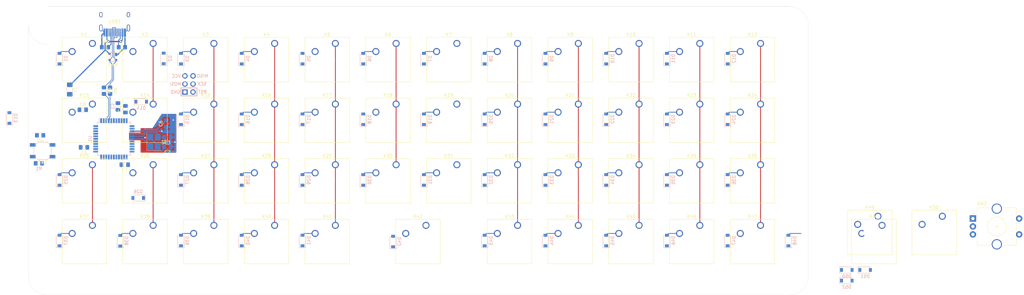
<source format=kicad_pcb>
(kicad_pcb (version 20171130) (host pcbnew 5.1.9-73d0e3b20d~88~ubuntu20.04.1)
  (layers (0 F.Cu signal) (31 B.Cu signal) (34 B.Paste user) (35 F.Paste user) (36 B.SilkS user) (37 F.SilkS user) (38 B.Mask user) (39 F.Mask user) (44 Edge.Cuts user))
  (net 0 "")
  (net 1 +5V)
  (net 2 VCC)
  (net 3 "Net-(D1-Pad2)")
  (net 4 "Net-(D2-Pad2)")
  (net 5 "Net-(D3-Pad2)")
  (net 6 "Net-(D4-Pad2)")
  (net 7 row0)
  (net 8 row1)
  (net 9 row2)
  (net 10 row3)
  (net 11 "Net-(D5-Pad2)")
  (net 12 "Net-(D6-Pad2)")
  (net 13 "Net-(D7-Pad2)")
  (net 14 "Net-(D8-Pad2)")
  (net 15 "Net-(D9-Pad2)")
  (net 16 "Net-(D10-Pad2)")
  (net 17 "Net-(D11-Pad2)")
  (net 18 "Net-(D12-Pad2)")
  (net 19 "Net-(D13-Pad2)")
  (net 20 "Net-(D14-Pad2)")
  (net 21 "Net-(D15-Pad2)")
  (net 22 "Net-(D16-Pad2)")
  (net 23 "Net-(D17-Pad2)")
  (net 24 "Net-(D18-Pad2)")
  (net 25 "Net-(D19-Pad2)")
  (net 26 "Net-(D20-Pad2)")
  (net 27 "Net-(D21-Pad2)")
  (net 28 "Net-(D22-Pad2)")
  (net 29 "Net-(D23-Pad2)")
  (net 30 "Net-(D24-Pad2)")
  (net 31 "Net-(D25-Pad2)")
  (net 32 "Net-(D26-Pad2)")
  (net 33 "Net-(D27-Pad2)")
  (net 34 "Net-(D28-Pad2)")
  (net 35 "Net-(D29-Pad2)")
  (net 36 "Net-(D30-Pad2)")
  (net 37 "Net-(D31-Pad2)")
  (net 38 "Net-(D32-Pad2)")
  (net 39 "Net-(D33-Pad2)")
  (net 40 "Net-(D34-Pad2)")
  (net 41 "Net-(D35-Pad2)")
  (net 42 "Net-(D36-Pad2)")
  (net 43 "Net-(D37-Pad2)")
  (net 44 "Net-(D38-Pad2)")
  (net 45 "Net-(D39-Pad2)")
  (net 46 "Net-(D40-Pad2)")
  (net 47 "Net-(D41-Pad2)")
  (net 48 "Net-(D42-Pad2)")
  (net 49 "Net-(D43-Pad2)")
  (net 50 "Net-(D44-Pad2)")
  (net 51 "Net-(D45-Pad2)")
  (net 52 "Net-(D46-Pad2)")
  (net 53 "Net-(D47-Pad2)")
  (net 54 "Net-(D48-Pad2)")
  (net 55 D+)
  (net 56 D-)
  (net 57 col0)
  (net 58 col1)
  (net 59 col2)
  (net 60 col3)
  (net 61 col4)
  (net 62 col5)
  (net 63 col6)
  (net 64 col7)
  (net 65 col8)
  (net 66 col9)
  (net 67 col10)
  (net 68 col11)
  (net 69 GND)
  (net 70 "Net-(C1-Pad1)")
  (net 71 XTAL1)
  (net 72 XTAL2)
  (net 73 RESET)
  (net 74 MOSI)
  (net 75 SCK)
  (net 76 MISO)
  (net 77 "Net-(R7-Pad1)")
  (net 78 "Net-(R8-Pad1)")
  (net 79 "Net-(USB1-Pad3)")
  (net 80 "Net-(USB1-Pad9)")
  (net 81 DP)
  (net 82 DN)
  (net 83 "Net-(R1-Pad2)")
  (net 84 "Net-(U1-Pad42)")
  (net 85 "Net-(U1-Pad41)")
  (net 86 "Net-(U1-Pad40)")
  (net 87 "Net-(U1-Pad39)")
  (net 88 "Net-(U1-Pad38)")
  (net 89 "Net-(U1-Pad37)")
  (net 90 "Net-(U1-Pad36)")
  (net 91 "Net-(U1-Pad32)")
  (net 92 "Net-(U1-Pad31)")
  (net 93 "Net-(U1-Pad30)")
  (net 94 "Net-(U1-Pad29)")
  (net 95 "Net-(U1-Pad28)")
  (net 96 "Net-(U1-Pad27)")
  (net 97 "Net-(U1-Pad26)")
  (net 98 "Net-(U1-Pad25)")
  (net 99 "Net-(U1-Pad22)")
  (net 100 "Net-(U1-Pad21)")
  (net 101 "Net-(U1-Pad20)")
  (net 102 "Net-(U1-Pad19)")
  (net 103 "Net-(U1-Pad18)")
  (net 104 "Net-(U1-Pad12)")
  (net 105 "Net-(U1-Pad8)")
  (net 106 "Net-(U1-Pad1)")
  (net 107 "Net-(D50-Pad2)")
  (net 108 "Net-(D51-Pad2)")
  (net 109 "Net-(D52-Pad2)")
  (net 110 col12)
  (net 111 pin2)
  (net 112 pin1)
  (module Rotary_Encoder:RotaryEncoder_Alps_EC11E-Switch_Vertical_H20mm_CircularMountingHoles (layer F.Cu) (at 288.216 58.653)
    (fp_text reference SW2 (at 2.8 -4.7) (layer F.SilkS))
    (fp_text value Rotary_Encoder_Switch)
    (pad A thru_hole rect (at 0 0) (size 2 2) (drill 1) (layers *.Cu *.Mask) (net 111 pin2))
    (pad C thru_hole circle (at 0 2.5) (size 2 2) (drill 1) (layers *.Cu *.Mask) (net 69 GND))
    (pad B thru_hole circle (at 0 5) (size 2 2) (drill 1) (layers *.Cu *.Mask) (net 112 pin1))
    (pad MP thru_hole circle (at 7.5 -3.1) (size 3.2 3.2) (drill 2.6) (layers *.Cu *.Mask))
    (pad MP thru_hole circle (at 7.5 8.1) (size 3.2 3.2) (drill 2.6) (layers *.Cu *.Mask))
    (pad S2 thru_hole circle (at 14.5 0) (size 2 2) (drill 1) (layers *.Cu *.Mask) (net 107 "Net-(D50-Pad2)"))
    (pad S1 thru_hole circle (at 14.5 5) (size 2 2) (drill 1) (layers *.Cu *.Mask) (net 110 col12))
  )
  (module Button_Switch_Keyboard:SW_Cherry_MX_1.00u_Plate (layer F.Cu) (at 278.631 57.948)
    (fp_text reference K50 (at -2.54 -2.794) (layer F.SilkS))
    (fp_text value KEYSW)
    (pad "" np_thru_hole circle (at -2.54 5.08) (size 4 4) (drill 4) (layers *.Cu *.Mask))
    (pad 2 thru_hole circle (at -6.35 2.54) (size 2.2 2.2) (drill 1.5) (layers *.Cu *.Mask) (net 109 "Net-(D52-Pad2)"))
    (pad 1 thru_hole circle (at 0 0) (size 2.2 2.2) (drill 1.5) (layers *.Cu *.Mask) (net 110 col12))
  )
  (module Button_Switch_Keyboard:SW_Cherry_MX_1.00u_Plate (layer F.Cu) (at 258.431 57.948)
    (fp_text reference K49 (at -2.54 -2.794) (layer F.SilkS))
    (fp_text value KEYSW)
    (pad "" np_thru_hole circle (at -2.54 5.08) (size 4 4) (drill 4) (layers *.Cu *.Mask))
    (pad 2 thru_hole circle (at -6.35 2.54) (size 2.2 2.2) (drill 1.5) (layers *.Cu *.Mask) (net 108 "Net-(D51-Pad2)"))
    (pad 1 thru_hole circle (at 0 0) (size 2.2 2.2) (drill 1.5) (layers *.Cu *.Mask) (net 110 col12))
  )
  (module Diode_SMD:D_SOD-123 (layer B.Cu) (at 248.666 78.153)
    (fp_text reference D52 (at 0 2) (layer B.SilkS) (effects (justify mirror)))
    (fp_text value D)
    (pad 2 smd rect (at 1.65 0) (size 0.9 1.2) (layers B.Cu B.Paste B.Mask) (net 109 "Net-(D52-Pad2)"))
    (pad 1 smd rect (at -1.65 0) (size 0.9 1.2) (layers B.Cu B.Paste B.Mask) (net 10 row3))
  )
  (module Diode_SMD:D_SOD-123 (layer B.Cu) (at 254.416 74.803)
    (fp_text reference D51 (at 0 2) (layer B.SilkS) (effects (justify mirror)))
    (fp_text value D)
    (pad 2 smd rect (at 1.65 0) (size 0.9 1.2) (layers B.Cu B.Paste B.Mask) (net 108 "Net-(D51-Pad2)"))
    (pad 1 smd rect (at -1.65 0) (size 0.9 1.2) (layers B.Cu B.Paste B.Mask) (net 9 row2))
  )
  (module Diode_SMD:D_SOD-123 (layer B.Cu) (at 248.666 74.803)
    (fp_text reference D50 (at 0 2) (layer B.SilkS) (effects (justify mirror)))
    (fp_text value D)
    (pad 2 smd rect (at 1.65 0) (size 0.9 1.2) (layers B.Cu B.Paste B.Mask) (net 107 "Net-(D50-Pad2)"))
    (pad 1 smd rect (at -1.65 0) (size 0.9 1.2) (layers B.Cu B.Paste B.Mask) (net 7 row0))
  )
  (module Button_Switch_Keyboard:SW_Cherry_MX_1.00u_Plate (layer F.Cu) (at 31.115 3.65125)
    (fp_text reference K2 (at -2.54 -2.794) (layer F.SilkS))
    (fp_text value KEYSW)
    (pad "" np_thru_hole circle (at -2.54 5.08) (size 4 4) (drill 4) (layers *.Cu *.Mask))
    (pad 2 thru_hole circle (at -6.35 2.54) (size 2.2 2.2) (drill 1.5) (layers *.Cu *.Mask) (net 4 "Net-(D2-Pad2)"))
    (pad 1 thru_hole circle (at 0 0) (size 2.2 2.2) (drill 1.5) (layers *.Cu *.Mask) (net 58 col1))
  )
  (module Capacitor_SMD:C_0805_2012Metric_Pad1.18x1.45mm_HandSolder (layer B.Cu) (at 9.0385 24.47925 180)
    (fp_text reference C8 (at 0 1.68) (layer F.SilkS))
    (fp_text value 10uF)
    (pad 2 smd roundrect (at 1.0375 0 180) (size 1.175 1.45) (layers B.Cu B.Paste B.Mask) (roundrect_rratio 0.212766) (net 69 GND))
    (pad 1 smd roundrect (at -1.0375 0 180) (size 1.175 1.45) (layers B.Cu B.Paste B.Mask) (roundrect_rratio 0.212766) (net 1 +5V))
  )
  (module Capacitor_SMD:C_0805_2012Metric_Pad1.18x1.45mm_HandSolder (layer B.Cu) (at 22.2035 41.75125)
    (fp_text reference C7 (at 0 1.68) (layer F.SilkS))
    (fp_text value 0.1uF)
    (pad 2 smd roundrect (at 1.0375 0) (size 1.175 1.45) (layers B.Cu B.Paste B.Mask) (roundrect_rratio 0.212766) (net 69 GND))
    (pad 1 smd roundrect (at -1.0375 0) (size 1.175 1.45) (layers B.Cu B.Paste B.Mask) (roundrect_rratio 0.212766) (net 1 +5V))
  )
  (module Package_QFP:TQFP-44_10x10mm_P0.8mm (layer B.Cu) (at 18.796 33.62325 270)
    (fp_text reference U1 (at 0 7.45 90) (layer B.SilkS) (effects (justify mirror)))
    (fp_text value ATmega32U4-AU)
    (pad 44 smd rect (at -4 5.7 180) (size 1.5 0.55) (layers B.Cu B.Paste B.Mask) (net 1 +5V))
    (pad 43 smd rect (at -3.2 5.7 180) (size 1.5 0.55) (layers B.Cu B.Paste B.Mask) (net 69 GND))
    (pad 42 smd rect (at -2.4 5.7 180) (size 1.5 0.55) (layers B.Cu B.Paste B.Mask) (net 84 "Net-(U1-Pad42)"))
    (pad 41 smd rect (at -1.6 5.7 180) (size 1.5 0.55) (layers B.Cu B.Paste B.Mask) (net 85 "Net-(U1-Pad41)"))
    (pad 40 smd rect (at -0.8 5.7 180) (size 1.5 0.55) (layers B.Cu B.Paste B.Mask) (net 86 "Net-(U1-Pad40)"))
    (pad 39 smd rect (at 0 5.7 180) (size 1.5 0.55) (layers B.Cu B.Paste B.Mask) (net 87 "Net-(U1-Pad39)"))
    (pad 38 smd rect (at 0.8 5.7 180) (size 1.5 0.55) (layers B.Cu B.Paste B.Mask) (net 88 "Net-(U1-Pad38)"))
    (pad 37 smd rect (at 1.6 5.7 180) (size 1.5 0.55) (layers B.Cu B.Paste B.Mask) (net 89 "Net-(U1-Pad37)"))
    (pad 36 smd rect (at 2.4 5.7 180) (size 1.5 0.55) (layers B.Cu B.Paste B.Mask) (net 90 "Net-(U1-Pad36)"))
    (pad 35 smd rect (at 3.2 5.7 180) (size 1.5 0.55) (layers B.Cu B.Paste B.Mask) (net 69 GND))
    (pad 34 smd rect (at 4 5.7 180) (size 1.5 0.55) (layers B.Cu B.Paste B.Mask) (net 1 +5V))
    (pad 33 smd rect (at 5.7 4 270) (size 1.5 0.55) (layers B.Cu B.Paste B.Mask) (net 83 "Net-(R1-Pad2)"))
    (pad 32 smd rect (at 5.7 3.2 270) (size 1.5 0.55) (layers B.Cu B.Paste B.Mask) (net 91 "Net-(U1-Pad32)"))
    (pad 31 smd rect (at 5.7 2.4 270) (size 1.5 0.55) (layers B.Cu B.Paste B.Mask) (net 92 "Net-(U1-Pad31)"))
    (pad 30 smd rect (at 5.7 1.6 270) (size 1.5 0.55) (layers B.Cu B.Paste B.Mask) (net 93 "Net-(U1-Pad30)"))
    (pad 29 smd rect (at 5.7 0.8 270) (size 1.5 0.55) (layers B.Cu B.Paste B.Mask) (net 94 "Net-(U1-Pad29)"))
    (pad 28 smd rect (at 5.7 0 270) (size 1.5 0.55) (layers B.Cu B.Paste B.Mask) (net 95 "Net-(U1-Pad28)"))
    (pad 27 smd rect (at 5.7 -0.8 270) (size 1.5 0.55) (layers B.Cu B.Paste B.Mask) (net 96 "Net-(U1-Pad27)"))
    (pad 26 smd rect (at 5.7 -1.6 270) (size 1.5 0.55) (layers B.Cu B.Paste B.Mask) (net 97 "Net-(U1-Pad26)"))
    (pad 25 smd rect (at 5.7 -2.4 270) (size 1.5 0.55) (layers B.Cu B.Paste B.Mask) (net 98 "Net-(U1-Pad25)"))
    (pad 24 smd rect (at 5.7 -3.2 270) (size 1.5 0.55) (layers B.Cu B.Paste B.Mask) (net 1 +5V))
    (pad 23 smd rect (at 5.7 -4 270) (size 1.5 0.55) (layers B.Cu B.Paste B.Mask) (net 69 GND))
    (pad 22 smd rect (at 4 -5.7 180) (size 1.5 0.55) (layers B.Cu B.Paste B.Mask) (net 99 "Net-(U1-Pad22)"))
    (pad 21 smd rect (at 3.2 -5.7 180) (size 1.5 0.55) (layers B.Cu B.Paste B.Mask) (net 100 "Net-(U1-Pad21)"))
    (pad 20 smd rect (at 2.4 -5.7 180) (size 1.5 0.55) (layers B.Cu B.Paste B.Mask) (net 101 "Net-(U1-Pad20)"))
    (pad 19 smd rect (at 1.6 -5.7 180) (size 1.5 0.55) (layers B.Cu B.Paste B.Mask) (net 102 "Net-(U1-Pad19)"))
    (pad 18 smd rect (at 0.8 -5.7 180) (size 1.5 0.55) (layers B.Cu B.Paste B.Mask) (net 103 "Net-(U1-Pad18)"))
    (pad 17 smd rect (at 0 -5.7 180) (size 1.5 0.55) (layers B.Cu B.Paste B.Mask) (net 71 XTAL1))
    (pad 16 smd rect (at -0.8 -5.7 180) (size 1.5 0.55) (layers B.Cu B.Paste B.Mask) (net 72 XTAL2))
    (pad 15 smd rect (at -1.6 -5.7 180) (size 1.5 0.55) (layers B.Cu B.Paste B.Mask) (net 69 GND))
    (pad 14 smd rect (at -2.4 -5.7 180) (size 1.5 0.55) (layers B.Cu B.Paste B.Mask) (net 1 +5V))
    (pad 13 smd rect (at -3.2 -5.7 180) (size 1.5 0.55) (layers B.Cu B.Paste B.Mask) (net 73 RESET))
    (pad 12 smd rect (at -4 -5.7 180) (size 1.5 0.55) (layers B.Cu B.Paste B.Mask) (net 104 "Net-(U1-Pad12)"))
    (pad 11 smd rect (at -5.7 -4 270) (size 1.5 0.55) (layers B.Cu B.Paste B.Mask) (net 76 MISO))
    (pad 10 smd rect (at -5.7 -3.2 270) (size 1.5 0.55) (layers B.Cu B.Paste B.Mask) (net 74 MOSI))
    (pad 9 smd rect (at -5.7 -2.4 270) (size 1.5 0.55) (layers B.Cu B.Paste B.Mask) (net 75 SCK))
    (pad 8 smd rect (at -5.7 -1.6 270) (size 1.5 0.55) (layers B.Cu B.Paste B.Mask) (net 105 "Net-(U1-Pad8)"))
    (pad 7 smd rect (at -5.7 -0.8 270) (size 1.5 0.55) (layers B.Cu B.Paste B.Mask) (net 1 +5V))
    (pad 6 smd rect (at -5.7 0 270) (size 1.5 0.55) (layers B.Cu B.Paste B.Mask) (net 70 "Net-(C1-Pad1)"))
    (pad 5 smd rect (at -5.7 0.8 270) (size 1.5 0.55) (layers B.Cu B.Paste B.Mask) (net 69 GND))
    (pad 4 smd rect (at -5.7 1.6 270) (size 1.5 0.55) (layers B.Cu B.Paste B.Mask) (net 55 D+))
    (pad 3 smd rect (at -5.7 2.4 270) (size 1.5 0.55) (layers B.Cu B.Paste B.Mask) (net 56 D-))
    (pad 2 smd rect (at -5.7 3.2 270) (size 1.5 0.55) (layers B.Cu B.Paste B.Mask) (net 1 +5V))
    (pad 1 smd rect (at -5.7 4 270) (size 1.5 0.55) (layers B.Cu B.Paste B.Mask) (net 106 "Net-(U1-Pad1)"))
  )
  (module Resistor_SMD:R_0805_2012Metric_Pad1.20x1.40mm_HandSolder (layer B.Cu) (at -4.729 41.31125)
    (fp_text reference R1 (at 0 1.65) (layer B.SilkS) (effects (justify mirror)))
    (fp_text value 10k)
    (pad 2 smd roundrect (at 1 0) (size 1.2 1.4) (layers B.Cu B.Paste B.Mask) (roundrect_rratio 0.208333) (net 83 "Net-(R1-Pad2)"))
    (pad 1 smd roundrect (at -1 0) (size 1.2 1.4) (layers B.Cu B.Paste B.Mask) (roundrect_rratio 0.208333) (net 69 GND))
  )
  (module Capacitor_SMD:C_0805_2012Metric_Pad1.18x1.45mm_HandSolder (layer B.Cu) (at 20.066 23.453 270)
    (fp_text reference C1 (at 0 1.68 90) (layer B.SilkS) (effects (justify mirror)))
    (fp_text value 1u)
    (pad 2 smd roundrect (at 1.0375 0 270) (size 1.175 1.45) (layers B.Cu B.Paste B.Mask) (roundrect_rratio 0.212766) (net 69 GND))
    (pad 1 smd roundrect (at -1.0375 0 270) (size 1.175 1.45) (layers B.Cu B.Paste B.Mask) (roundrect_rratio 0.212766) (net 70 "Net-(C1-Pad1)"))
  )
  (module Button_Switch_Keyboard:SW_Cherry_MX_1.00u_Plate (layer F.Cu) (at 12.065 22.70125)
    (fp_text reference K13 (at -2.54 -2.794) (layer F.SilkS))
    (fp_text value KEYSW)
    (pad "" np_thru_hole circle (at -2.54 5.08) (size 4 4) (drill 4) (layers *.Cu *.Mask))
    (pad 2 thru_hole circle (at -6.35 2.54) (size 2.2 2.2) (drill 1.5) (layers *.Cu *.Mask) (net 19 "Net-(D13-Pad2)"))
    (pad 1 thru_hole circle (at 0 0) (size 2.2 2.2) (drill 1.5) (layers *.Cu *.Mask) (net 57 col0))
  )
  (module random-keyboard-parts:SOT143B (layer B.Cu) (at 18.4785 7.874 180)
    (fp_text reference D49 (at 0 -2.45) (layer F.SilkS))
    (fp_text value PRTR5V0U2X)
    (pad 1 smd rect (at -1 0.75 270) (size 1 0.7) (layers B.Cu B.Paste B.Mask) (net 69 GND))
    (pad 4 smd rect (at 1 0.95 270) (size 0.6 0.7) (layers B.Cu B.Paste B.Mask) (net 2 VCC))
    (pad 2 smd rect (at -1 -0.95 270) (size 0.6 0.7) (layers B.Cu B.Paste B.Mask) (net 81 DP))
    (pad 3 smd rect (at 1 -0.95 270) (size 0.6 0.7) (layers B.Cu B.Paste B.Mask) (net 82 DN))
  )
  (module Crystal:Crystal_SMD_3225-4Pin_3.2x2.5mm_HandSoldering (layer B.Cu) (at 31.376 34.56525 90)
    (fp_text reference Y1 (at 0 3.05 90) (layer F.SilkS))
    (fp_text value XTAL)
    (pad 4 smd rect (at -1.45 1.15 90) (size 2.1 1.8) (layers B.Cu B.Paste B.Mask) (net 69 GND))
    (pad 3 smd rect (at 1.45 1.15 90) (size 2.1 1.8) (layers B.Cu B.Paste B.Mask) (net 72 XTAL2))
    (pad 2 smd rect (at 1.45 -1.15 90) (size 2.1 1.8) (layers B.Cu B.Paste B.Mask) (net 69 GND))
    (pad 1 smd rect (at -1.45 -1.15 90) (size 2.1 1.8) (layers B.Cu B.Paste B.Mask) (net 71 XTAL1))
  )
  (module Type-C:HRO-TYPE-C-31-M-12-HandSoldering (layer B.Cu) (at 19.05 -8.001)
    (fp_text reference USB1 (at 0 4.79425) (layer F.SilkS))
    (fp_text value HRO-TYPE-C-31-M-12)
    (pad 12 smd rect (at 3.225 8.195) (size 0.6 2.45) (layers B.Cu B.Paste B.Mask) (net 69 GND))
    (pad 1 smd rect (at -3.225 8.195) (size 0.6 2.45) (layers B.Cu B.Paste B.Mask) (net 69 GND))
    (pad 11 smd rect (at 2.45 8.195) (size 0.6 2.45) (layers B.Cu B.Paste B.Mask) (net 2 VCC))
    (pad 2 smd rect (at -2.45 8.195) (size 0.6 2.45) (layers B.Cu B.Paste B.Mask) (net 2 VCC))
    (pad 3 smd rect (at -1.75 8.195) (size 0.3 2.45) (layers B.Cu B.Paste B.Mask) (net 79 "Net-(USB1-Pad3)"))
    (pad 10 smd rect (at 1.75 8.195) (size 0.3 2.45) (layers B.Cu B.Paste B.Mask) (net 77 "Net-(R7-Pad1)"))
    (pad 4 smd rect (at -1.25 8.195) (size 0.3 2.45) (layers B.Cu B.Paste B.Mask) (net 78 "Net-(R8-Pad1)"))
    (pad 9 smd rect (at 1.25 8.195) (size 0.3 2.45) (layers B.Cu B.Paste B.Mask) (net 80 "Net-(USB1-Pad9)"))
    (pad 5 smd rect (at -0.75 8.195) (size 0.3 2.45) (layers B.Cu B.Paste B.Mask) (net 82 DN))
    (pad 8 smd rect (at 0.75 8.195) (size 0.3 2.45) (layers B.Cu B.Paste B.Mask) (net 81 DP))
    (pad 7 smd rect (at 0.25 8.195) (size 0.3 2.45) (layers B.Cu B.Paste B.Mask) (net 82 DN))
    (pad 6 smd rect (at -0.25 8.195) (size 0.3 2.45) (layers B.Cu B.Paste B.Mask) (net 81 DP))
    (pad "" np_thru_hole circle (at 2.89 6.25) (size 0.65 0.65) (drill 0.65) (layers *.Cu *.Mask))
    (pad "" np_thru_hole circle (at -2.89 6.25) (size 0.65 0.65) (drill 0.65) (layers *.Cu *.Mask))
    (pad 13 thru_hole oval (at -4.32 6.78) (size 1 2.1) (drill oval 0.6 1.7) (layers *.Cu F.Mask) (net 69 GND))
    (pad 13 thru_hole oval (at 4.32 6.78) (size 1 2.1) (drill oval 0.6 1.7) (layers *.Cu F.Mask) (net 69 GND))
    (pad 13 thru_hole oval (at -4.32 2.6) (size 1 1.6) (drill oval 0.6 1.2) (layers *.Cu F.Mask) (net 69 GND))
    (pad 13 thru_hole oval (at 4.32 2.6) (size 1 1.6) (drill oval 0.6 1.2) (layers *.Cu F.Mask) (net 69 GND))
  )
  (module Button_Switch_SMD:SW_SPST_SKQG_WithStem (layer B.Cu) (at -3.556 37.36975)
    (fp_text reference SW1 (at 0 3.6) (layer F.SilkS))
    (fp_text value SW_PUSH)
    (pad 2 smd rect (at 3.1 -1.85) (size 1.8 1.1) (layers B.Cu B.Paste B.Mask) (net 73 RESET))
    (pad 2 smd rect (at -3.1 -1.85) (size 1.8 1.1) (layers B.Cu B.Paste B.Mask) (net 73 RESET))
    (pad 1 smd rect (at 3.1 1.85) (size 1.8 1.1) (layers B.Cu B.Paste B.Mask) (net 69 GND))
    (pad 1 smd rect (at -3.1 1.85) (size 1.8 1.1) (layers B.Cu B.Paste B.Mask) (net 69 GND))
  )
  (module Resistor_SMD:R_0805_2012Metric_Pad1.20x1.40mm_HandSolder (layer B.Cu) (at 16.018 4.826 180)
    (fp_text reference R8 (at 0 1.65) (layer F.SilkS))
    (fp_text value 5.1k)
    (pad 2 smd roundrect (at 1 0 180) (size 1.2 1.4) (layers B.Cu B.Paste B.Mask) (roundrect_rratio 0.208333) (net 69 GND))
    (pad 1 smd roundrect (at -1 0 180) (size 1.2 1.4) (layers B.Cu B.Paste B.Mask) (roundrect_rratio 0.208333) (net 78 "Net-(R8-Pad1)"))
  )
  (module Resistor_SMD:R_0805_2012Metric_Pad1.20x1.40mm_HandSolder (layer B.Cu) (at 21.32 4.826)
    (fp_text reference R7 (at 0 1.65) (layer F.SilkS))
    (fp_text value 5.1k)
    (pad 2 smd roundrect (at 1 0) (size 1.2 1.4) (layers B.Cu B.Paste B.Mask) (roundrect_rratio 0.208333) (net 69 GND))
    (pad 1 smd roundrect (at -1 0) (size 1.2 1.4) (layers B.Cu B.Paste B.Mask) (roundrect_rratio 0.208333) (net 77 "Net-(R7-Pad1)"))
  )
  (module Resistor_SMD:R_0805_2012Metric_Pad1.20x1.40mm_HandSolder (layer B.Cu) (at 17.5895 18.49425 90)
    (fp_text reference R6 (at 0 1.65 90) (layer F.SilkS))
    (fp_text value 22)
    (pad 2 smd roundrect (at 1 0 90) (size 1.2 1.4) (layers B.Cu B.Paste B.Mask) (roundrect_rratio 0.208333) (net 81 DP))
    (pad 1 smd roundrect (at -1 0 90) (size 1.2 1.4) (layers B.Cu B.Paste B.Mask) (roundrect_rratio 0.208333) (net 55 D+))
  )
  (module Resistor_SMD:R_0805_2012Metric_Pad1.20x1.40mm_HandSolder (layer B.Cu) (at 15.6845 18.49425 90)
    (fp_text reference R5 (at 0 1.65 90) (layer F.SilkS))
    (fp_text value 22)
    (pad 2 smd roundrect (at 1 0 90) (size 1.2 1.4) (layers B.Cu B.Paste B.Mask) (roundrect_rratio 0.208333) (net 82 DN))
    (pad 1 smd roundrect (at -1 0 90) (size 1.2 1.4) (layers B.Cu B.Paste B.Mask) (roundrect_rratio 0.208333) (net 56 D-))
  )
  (module Resistor_SMD:R_0805_2012Metric_Pad1.20x1.40mm_HandSolder (layer B.Cu) (at -4.334 32.512)
    (fp_text reference R4 (at 0 1.65) (layer F.SilkS))
    (fp_text value 10k)
    (pad 2 smd roundrect (at 1 0) (size 1.2 1.4) (layers B.Cu B.Paste B.Mask) (roundrect_rratio 0.208333) (net 1 +5V))
    (pad 1 smd roundrect (at -1 0) (size 1.2 1.4) (layers B.Cu B.Paste B.Mask) (roundrect_rratio 0.208333) (net 73 RESET))
  )
  (module Button_Switch_Keyboard:SW_Cherry_MX_1.00u_Plate (layer F.Cu) (at 259.715 60.80125)
    (fp_text reference K48 (at -2.54 -2.794) (layer F.SilkS))
    (fp_text value KEYSW)
    (pad "" np_thru_hole circle (at -2.54 5.08) (size 4 4) (drill 4) (layers *.Cu *.Mask))
    (pad 2 thru_hole circle (at -6.35 2.54) (size 2.2 2.2) (drill 1.5) (layers *.Cu *.Mask) (net 54 "Net-(D48-Pad2)"))
    (pad 1 thru_hole circle (at 0 0) (size 2.2 2.2) (drill 1.5) (layers *.Cu *.Mask) (net 68 col11))
  )
  (module Button_Switch_Keyboard:SW_Cherry_MX_1.00u_Plate (layer F.Cu) (at 221.615 60.80125)
    (fp_text reference K47 (at -2.54 -2.794) (layer F.SilkS))
    (fp_text value KEYSW)
    (pad "" np_thru_hole circle (at -2.54 5.08) (size 4 4) (drill 4) (layers *.Cu *.Mask))
    (pad 2 thru_hole circle (at -6.35 2.54) (size 2.2 2.2) (drill 1.5) (layers *.Cu *.Mask) (net 53 "Net-(D47-Pad2)"))
    (pad 1 thru_hole circle (at 0 0) (size 2.2 2.2) (drill 1.5) (layers *.Cu *.Mask) (net 67 col10))
  )
  (module Button_Switch_Keyboard:SW_Cherry_MX_1.00u_Plate (layer F.Cu) (at 202.565 60.80125)
    (fp_text reference K46 (at -2.54 -2.794) (layer F.SilkS))
    (fp_text value KEYSW)
    (pad "" np_thru_hole circle (at -2.54 5.08) (size 4 4) (drill 4) (layers *.Cu *.Mask))
    (pad 2 thru_hole circle (at -6.35 2.54) (size 2.2 2.2) (drill 1.5) (layers *.Cu *.Mask) (net 52 "Net-(D46-Pad2)"))
    (pad 1 thru_hole circle (at 0 0) (size 2.2 2.2) (drill 1.5) (layers *.Cu *.Mask) (net 66 col9))
  )
  (module Button_Switch_Keyboard:SW_Cherry_MX_1.00u_Plate (layer F.Cu) (at 183.515 60.80125)
    (fp_text reference K45 (at -2.54 -2.794) (layer F.SilkS))
    (fp_text value KEYSW)
    (pad "" np_thru_hole circle (at -2.54 5.08) (size 4 4) (drill 4) (layers *.Cu *.Mask))
    (pad 2 thru_hole circle (at -6.35 2.54) (size 2.2 2.2) (drill 1.5) (layers *.Cu *.Mask) (net 51 "Net-(D45-Pad2)"))
    (pad 1 thru_hole circle (at 0 0) (size 2.2 2.2) (drill 1.5) (layers *.Cu *.Mask) (net 65 col8))
  )
  (module Button_Switch_Keyboard:SW_Cherry_MX_1.00u_Plate (layer F.Cu) (at 164.465 60.80125)
    (fp_text reference K44 (at -2.54 -2.794) (layer F.SilkS))
    (fp_text value KEYSW)
    (pad "" np_thru_hole circle (at -2.54 5.08) (size 4 4) (drill 4) (layers *.Cu *.Mask))
    (pad 2 thru_hole circle (at -6.35 2.54) (size 2.2 2.2) (drill 1.5) (layers *.Cu *.Mask) (net 50 "Net-(D44-Pad2)"))
    (pad 1 thru_hole circle (at 0 0) (size 2.2 2.2) (drill 1.5) (layers *.Cu *.Mask) (net 64 col7))
  )
  (module Button_Switch_Keyboard:SW_Cherry_MX_1.00u_Plate (layer F.Cu) (at 145.415 60.80125)
    (fp_text reference K43 (at -2.54 -2.794) (layer F.SilkS))
    (fp_text value KEYSW)
    (pad "" np_thru_hole circle (at -2.54 5.08) (size 4 4) (drill 4) (layers *.Cu *.Mask))
    (pad 2 thru_hole circle (at -6.35 2.54) (size 2.2 2.2) (drill 1.5) (layers *.Cu *.Mask) (net 49 "Net-(D43-Pad2)"))
    (pad 1 thru_hole circle (at 0 0) (size 2.2 2.2) (drill 1.5) (layers *.Cu *.Mask) (net 63 col6))
  )
  (module Button_Switch_Keyboard:SW_Cherry_MX_1.00u_Plate (layer F.Cu) (at 116.68125 60.80125)
    (fp_text reference K42 (at -2.54 -2.794) (layer F.SilkS))
    (fp_text value KEYSW)
    (pad "" np_thru_hole circle (at -2.54 5.08) (size 4 4) (drill 4) (layers *.Cu *.Mask))
    (pad 2 thru_hole circle (at -6.35 2.54) (size 2.2 2.2) (drill 1.5) (layers *.Cu *.Mask) (net 48 "Net-(D42-Pad2)"))
    (pad 1 thru_hole circle (at 0 0) (size 2.2 2.2) (drill 1.5) (layers *.Cu *.Mask) (net 62 col5))
  )
  (module Button_Switch_Keyboard:SW_Cherry_MX_1.00u_Plate (layer F.Cu) (at 88.265 60.80125)
    (fp_text reference K41 (at -2.54 -2.794) (layer F.SilkS))
    (fp_text value KEYSW)
    (pad "" np_thru_hole circle (at -2.54 5.08) (size 4 4) (drill 4) (layers *.Cu *.Mask))
    (pad 2 thru_hole circle (at -6.35 2.54) (size 2.2 2.2) (drill 1.5) (layers *.Cu *.Mask) (net 47 "Net-(D41-Pad2)"))
    (pad 1 thru_hole circle (at 0 0) (size 2.2 2.2) (drill 1.5) (layers *.Cu *.Mask) (net 61 col4))
  )
  (module Button_Switch_Keyboard:SW_Cherry_MX_1.00u_Plate (layer F.Cu) (at 69.215 60.80125)
    (fp_text reference K40 (at -2.54 -2.794) (layer F.SilkS))
    (fp_text value KEYSW)
    (pad "" np_thru_hole circle (at -2.54 5.08) (size 4 4) (drill 4) (layers *.Cu *.Mask))
    (pad 2 thru_hole circle (at -6.35 2.54) (size 2.2 2.2) (drill 1.5) (layers *.Cu *.Mask) (net 46 "Net-(D40-Pad2)"))
    (pad 1 thru_hole circle (at 0 0) (size 2.2 2.2) (drill 1.5) (layers *.Cu *.Mask) (net 60 col3))
  )
  (module Button_Switch_Keyboard:SW_Cherry_MX_1.00u_Plate (layer F.Cu) (at 50.165 60.80125)
    (fp_text reference K39 (at -2.54 -2.794) (layer F.SilkS))
    (fp_text value KEYSW)
    (pad "" np_thru_hole circle (at -2.54 5.08) (size 4 4) (drill 4) (layers *.Cu *.Mask))
    (pad 2 thru_hole circle (at -6.35 2.54) (size 2.2 2.2) (drill 1.5) (layers *.Cu *.Mask) (net 45 "Net-(D39-Pad2)"))
    (pad 1 thru_hole circle (at 0 0) (size 2.2 2.2) (drill 1.5) (layers *.Cu *.Mask) (net 59 col2))
  )
  (module Button_Switch_Keyboard:SW_Cherry_MX_1.00u_Plate (layer F.Cu) (at 31.115 60.80125)
    (fp_text reference K38 (at -2.54 -2.794) (layer F.SilkS))
    (fp_text value KEYSW)
    (pad "" np_thru_hole circle (at -2.54 5.08) (size 4 4) (drill 4) (layers *.Cu *.Mask))
    (pad 2 thru_hole circle (at -6.35 2.54) (size 2.2 2.2) (drill 1.5) (layers *.Cu *.Mask) (net 44 "Net-(D38-Pad2)"))
    (pad 1 thru_hole circle (at 0 0) (size 2.2 2.2) (drill 1.5) (layers *.Cu *.Mask) (net 58 col1))
  )
  (module Button_Switch_Keyboard:SW_Cherry_MX_1.00u_Plate (layer F.Cu) (at 12.065 60.80125)
    (fp_text reference K37 (at -2.54 -2.794) (layer F.SilkS))
    (fp_text value KEYSW)
    (pad "" np_thru_hole circle (at -2.54 5.08) (size 4 4) (drill 4) (layers *.Cu *.Mask))
    (pad 2 thru_hole circle (at -6.35 2.54) (size 2.2 2.2) (drill 1.5) (layers *.Cu *.Mask) (net 43 "Net-(D37-Pad2)"))
    (pad 1 thru_hole circle (at 0 0) (size 2.2 2.2) (drill 1.5) (layers *.Cu *.Mask) (net 57 col0))
  )
  (module Button_Switch_Keyboard:SW_Cherry_MX_1.00u_Plate (layer F.Cu) (at 221.615 41.75125)
    (fp_text reference K36 (at -2.54 -2.794) (layer F.SilkS))
    (fp_text value KEYSW)
    (pad "" np_thru_hole circle (at -2.54 5.08) (size 4 4) (drill 4) (layers *.Cu *.Mask))
    (pad 2 thru_hole circle (at -6.35 2.54) (size 2.2 2.2) (drill 1.5) (layers *.Cu *.Mask) (net 42 "Net-(D36-Pad2)"))
    (pad 1 thru_hole circle (at 0 0) (size 2.2 2.2) (drill 1.5) (layers *.Cu *.Mask) (net 68 col11))
  )
  (module Button_Switch_Keyboard:SW_Cherry_MX_1.00u_Plate (layer F.Cu) (at 202.565 41.75125)
    (fp_text reference K35 (at -2.54 -2.794) (layer F.SilkS))
    (fp_text value KEYSW)
    (pad "" np_thru_hole circle (at -2.54 5.08) (size 4 4) (drill 4) (layers *.Cu *.Mask))
    (pad 2 thru_hole circle (at -6.35 2.54) (size 2.2 2.2) (drill 1.5) (layers *.Cu *.Mask) (net 41 "Net-(D35-Pad2)"))
    (pad 1 thru_hole circle (at 0 0) (size 2.2 2.2) (drill 1.5) (layers *.Cu *.Mask) (net 67 col10))
  )
  (module Button_Switch_Keyboard:SW_Cherry_MX_1.00u_Plate (layer F.Cu) (at 183.515 41.75125)
    (fp_text reference K34 (at -2.54 -2.794) (layer F.SilkS))
    (fp_text value KEYSW)
    (pad "" np_thru_hole circle (at -2.54 5.08) (size 4 4) (drill 4) (layers *.Cu *.Mask))
    (pad 2 thru_hole circle (at -6.35 2.54) (size 2.2 2.2) (drill 1.5) (layers *.Cu *.Mask) (net 40 "Net-(D34-Pad2)"))
    (pad 1 thru_hole circle (at 0 0) (size 2.2 2.2) (drill 1.5) (layers *.Cu *.Mask) (net 66 col9))
  )
  (module Button_Switch_Keyboard:SW_Cherry_MX_1.00u_Plate (layer F.Cu) (at 164.465 41.75125)
    (fp_text reference K33 (at -2.54 -2.794) (layer F.SilkS))
    (fp_text value KEYSW)
    (pad "" np_thru_hole circle (at -2.54 5.08) (size 4 4) (drill 4) (layers *.Cu *.Mask))
    (pad 2 thru_hole circle (at -6.35 2.54) (size 2.2 2.2) (drill 1.5) (layers *.Cu *.Mask) (net 39 "Net-(D33-Pad2)"))
    (pad 1 thru_hole circle (at 0 0) (size 2.2 2.2) (drill 1.5) (layers *.Cu *.Mask) (net 65 col8))
  )
  (module Button_Switch_Keyboard:SW_Cherry_MX_1.00u_Plate (layer F.Cu) (at 145.415 41.75125)
    (fp_text reference K32 (at -2.54 -2.794) (layer F.SilkS))
    (fp_text value KEYSW)
    (pad "" np_thru_hole circle (at -2.54 5.08) (size 4 4) (drill 4) (layers *.Cu *.Mask))
    (pad 2 thru_hole circle (at -6.35 2.54) (size 2.2 2.2) (drill 1.5) (layers *.Cu *.Mask) (net 38 "Net-(D32-Pad2)"))
    (pad 1 thru_hole circle (at 0 0) (size 2.2 2.2) (drill 1.5) (layers *.Cu *.Mask) (net 64 col7))
  )
  (module Button_Switch_Keyboard:SW_Cherry_MX_1.00u_Plate (layer F.Cu) (at 126.365 41.75125)
    (fp_text reference K31 (at -2.54 -2.794) (layer F.SilkS))
    (fp_text value KEYSW)
    (pad "" np_thru_hole circle (at -2.54 5.08) (size 4 4) (drill 4) (layers *.Cu *.Mask))
    (pad 2 thru_hole circle (at -6.35 2.54) (size 2.2 2.2) (drill 1.5) (layers *.Cu *.Mask) (net 37 "Net-(D31-Pad2)"))
    (pad 1 thru_hole circle (at 0 0) (size 2.2 2.2) (drill 1.5) (layers *.Cu *.Mask) (net 63 col6))
  )
  (module Button_Switch_Keyboard:SW_Cherry_MX_1.00u_Plate (layer F.Cu) (at 107.315 41.75125)
    (fp_text reference K30 (at -2.54 -2.794) (layer F.SilkS))
    (fp_text value KEYSW)
    (pad "" np_thru_hole circle (at -2.54 5.08) (size 4 4) (drill 4) (layers *.Cu *.Mask))
    (pad 2 thru_hole circle (at -6.35 2.54) (size 2.2 2.2) (drill 1.5) (layers *.Cu *.Mask) (net 36 "Net-(D30-Pad2)"))
    (pad 1 thru_hole circle (at 0 0) (size 2.2 2.2) (drill 1.5) (layers *.Cu *.Mask) (net 62 col5))
  )
  (module Button_Switch_Keyboard:SW_Cherry_MX_1.00u_Plate (layer F.Cu) (at 88.265 41.75125)
    (fp_text reference K29 (at -2.54 -2.794) (layer F.SilkS))
    (fp_text value KEYSW)
    (pad "" np_thru_hole circle (at -2.54 5.08) (size 4 4) (drill 4) (layers *.Cu *.Mask))
    (pad 2 thru_hole circle (at -6.35 2.54) (size 2.2 2.2) (drill 1.5) (layers *.Cu *.Mask) (net 35 "Net-(D29-Pad2)"))
    (pad 1 thru_hole circle (at 0 0) (size 2.2 2.2) (drill 1.5) (layers *.Cu *.Mask) (net 61 col4))
  )
  (module Button_Switch_Keyboard:SW_Cherry_MX_1.00u_Plate (layer F.Cu) (at 69.215 41.75125)
    (fp_text reference K28 (at -2.54 -2.794) (layer F.SilkS))
    (fp_text value KEYSW)
    (pad "" np_thru_hole circle (at -2.54 5.08) (size 4 4) (drill 4) (layers *.Cu *.Mask))
    (pad 2 thru_hole circle (at -6.35 2.54) (size 2.2 2.2) (drill 1.5) (layers *.Cu *.Mask) (net 34 "Net-(D28-Pad2)"))
    (pad 1 thru_hole circle (at 0 0) (size 2.2 2.2) (drill 1.5) (layers *.Cu *.Mask) (net 60 col3))
  )
  (module Button_Switch_Keyboard:SW_Cherry_MX_1.00u_Plate (layer F.Cu) (at 50.165 41.75125)
    (fp_text reference K27 (at -2.54 -2.794) (layer F.SilkS))
    (fp_text value KEYSW)
    (pad "" np_thru_hole circle (at -2.54 5.08) (size 4 4) (drill 4) (layers *.Cu *.Mask))
    (pad 2 thru_hole circle (at -6.35 2.54) (size 2.2 2.2) (drill 1.5) (layers *.Cu *.Mask) (net 33 "Net-(D27-Pad2)"))
    (pad 1 thru_hole circle (at 0 0) (size 2.2 2.2) (drill 1.5) (layers *.Cu *.Mask) (net 59 col2))
  )
  (module Button_Switch_Keyboard:SW_Cherry_MX_1.00u_Plate (layer F.Cu) (at 31.115 41.75125)
    (fp_text reference K26 (at -2.54 -2.794) (layer F.SilkS))
    (fp_text value KEYSW)
    (pad "" np_thru_hole circle (at -2.54 5.08) (size 4 4) (drill 4) (layers *.Cu *.Mask))
    (pad 2 thru_hole circle (at -6.35 2.54) (size 2.2 2.2) (drill 1.5) (layers *.Cu *.Mask) (net 32 "Net-(D26-Pad2)"))
    (pad 1 thru_hole circle (at 0 0) (size 2.2 2.2) (drill 1.5) (layers *.Cu *.Mask) (net 58 col1))
  )
  (module Button_Switch_Keyboard:SW_Cherry_MX_1.00u_Plate (layer F.Cu) (at 12.065 41.75125)
    (fp_text reference K25 (at -2.54 -2.794) (layer F.SilkS))
    (fp_text value KEYSW)
    (pad "" np_thru_hole circle (at -2.54 5.08) (size 4 4) (drill 4) (layers *.Cu *.Mask))
    (pad 2 thru_hole circle (at -6.35 2.54) (size 2.2 2.2) (drill 1.5) (layers *.Cu *.Mask) (net 31 "Net-(D25-Pad2)"))
    (pad 1 thru_hole circle (at 0 0) (size 2.2 2.2) (drill 1.5) (layers *.Cu *.Mask) (net 57 col0))
  )
  (module Button_Switch_Keyboard:SW_Cherry_MX_1.00u_Plate (layer F.Cu) (at 221.615 22.70125)
    (fp_text reference K24 (at -2.54 -2.794) (layer F.SilkS))
    (fp_text value KEYSW)
    (pad "" np_thru_hole circle (at -2.54 5.08) (size 4 4) (drill 4) (layers *.Cu *.Mask))
    (pad 2 thru_hole circle (at -6.35 2.54) (size 2.2 2.2) (drill 1.5) (layers *.Cu *.Mask) (net 30 "Net-(D24-Pad2)"))
    (pad 1 thru_hole circle (at 0 0) (size 2.2 2.2) (drill 1.5) (layers *.Cu *.Mask) (net 68 col11))
  )
  (module Button_Switch_Keyboard:SW_Cherry_MX_1.00u_Plate (layer F.Cu) (at 202.565 22.70125)
    (fp_text reference K23 (at -2.54 -2.794) (layer F.SilkS))
    (fp_text value KEYSW)
    (pad "" np_thru_hole circle (at -2.54 5.08) (size 4 4) (drill 4) (layers *.Cu *.Mask))
    (pad 2 thru_hole circle (at -6.35 2.54) (size 2.2 2.2) (drill 1.5) (layers *.Cu *.Mask) (net 29 "Net-(D23-Pad2)"))
    (pad 1 thru_hole circle (at 0 0) (size 2.2 2.2) (drill 1.5) (layers *.Cu *.Mask) (net 67 col10))
  )
  (module Button_Switch_Keyboard:SW_Cherry_MX_1.00u_Plate (layer F.Cu) (at 183.515 22.70125)
    (fp_text reference K22 (at -2.54 -2.794) (layer F.SilkS))
    (fp_text value KEYSW)
    (pad "" np_thru_hole circle (at -2.54 5.08) (size 4 4) (drill 4) (layers *.Cu *.Mask))
    (pad 2 thru_hole circle (at -6.35 2.54) (size 2.2 2.2) (drill 1.5) (layers *.Cu *.Mask) (net 28 "Net-(D22-Pad2)"))
    (pad 1 thru_hole circle (at 0 0) (size 2.2 2.2) (drill 1.5) (layers *.Cu *.Mask) (net 66 col9))
  )
  (module Button_Switch_Keyboard:SW_Cherry_MX_1.00u_Plate (layer F.Cu) (at 164.465 22.70125)
    (fp_text reference K21 (at -2.54 -2.794) (layer F.SilkS))
    (fp_text value KEYSW)
    (pad "" np_thru_hole circle (at -2.54 5.08) (size 4 4) (drill 4) (layers *.Cu *.Mask))
    (pad 2 thru_hole circle (at -6.35 2.54) (size 2.2 2.2) (drill 1.5) (layers *.Cu *.Mask) (net 27 "Net-(D21-Pad2)"))
    (pad 1 thru_hole circle (at 0 0) (size 2.2 2.2) (drill 1.5) (layers *.Cu *.Mask) (net 65 col8))
  )
  (module Button_Switch_Keyboard:SW_Cherry_MX_1.00u_Plate (layer F.Cu) (at 145.415 22.70125)
    (fp_text reference K20 (at -2.54 -2.794) (layer F.SilkS))
    (fp_text value KEYSW)
    (pad "" np_thru_hole circle (at -2.54 5.08) (size 4 4) (drill 4) (layers *.Cu *.Mask))
    (pad 2 thru_hole circle (at -6.35 2.54) (size 2.2 2.2) (drill 1.5) (layers *.Cu *.Mask) (net 26 "Net-(D20-Pad2)"))
    (pad 1 thru_hole circle (at 0 0) (size 2.2 2.2) (drill 1.5) (layers *.Cu *.Mask) (net 64 col7))
  )
  (module Button_Switch_Keyboard:SW_Cherry_MX_1.00u_Plate (layer F.Cu) (at 126.365 22.70125)
    (fp_text reference K19 (at -2.54 -2.794) (layer F.SilkS))
    (fp_text value KEYSW)
    (pad "" np_thru_hole circle (at -2.54 5.08) (size 4 4) (drill 4) (layers *.Cu *.Mask))
    (pad 2 thru_hole circle (at -6.35 2.54) (size 2.2 2.2) (drill 1.5) (layers *.Cu *.Mask) (net 25 "Net-(D19-Pad2)"))
    (pad 1 thru_hole circle (at 0 0) (size 2.2 2.2) (drill 1.5) (layers *.Cu *.Mask) (net 63 col6))
  )
  (module Button_Switch_Keyboard:SW_Cherry_MX_1.00u_Plate (layer F.Cu) (at 107.315 22.70125)
    (fp_text reference K18 (at -2.54 -2.794) (layer F.SilkS))
    (fp_text value KEYSW)
    (pad "" np_thru_hole circle (at -2.54 5.08) (size 4 4) (drill 4) (layers *.Cu *.Mask))
    (pad 2 thru_hole circle (at -6.35 2.54) (size 2.2 2.2) (drill 1.5) (layers *.Cu *.Mask) (net 24 "Net-(D18-Pad2)"))
    (pad 1 thru_hole circle (at 0 0) (size 2.2 2.2) (drill 1.5) (layers *.Cu *.Mask) (net 62 col5))
  )
  (module Button_Switch_Keyboard:SW_Cherry_MX_1.00u_Plate (layer F.Cu) (at 88.265 22.70125)
    (fp_text reference K17 (at -2.54 -2.794) (layer F.SilkS))
    (fp_text value KEYSW)
    (pad "" np_thru_hole circle (at -2.54 5.08) (size 4 4) (drill 4) (layers *.Cu *.Mask))
    (pad 2 thru_hole circle (at -6.35 2.54) (size 2.2 2.2) (drill 1.5) (layers *.Cu *.Mask) (net 23 "Net-(D17-Pad2)"))
    (pad 1 thru_hole circle (at 0 0) (size 2.2 2.2) (drill 1.5) (layers *.Cu *.Mask) (net 61 col4))
  )
  (module Button_Switch_Keyboard:SW_Cherry_MX_1.00u_Plate (layer F.Cu) (at 69.215 22.70125)
    (fp_text reference K16 (at -2.54 -2.794) (layer F.SilkS))
    (fp_text value KEYSW)
    (pad "" np_thru_hole circle (at -2.54 5.08) (size 4 4) (drill 4) (layers *.Cu *.Mask))
    (pad 2 thru_hole circle (at -6.35 2.54) (size 2.2 2.2) (drill 1.5) (layers *.Cu *.Mask) (net 22 "Net-(D16-Pad2)"))
    (pad 1 thru_hole circle (at 0 0) (size 2.2 2.2) (drill 1.5) (layers *.Cu *.Mask) (net 60 col3))
  )
  (module Button_Switch_Keyboard:SW_Cherry_MX_1.00u_Plate (layer F.Cu) (at 50.165 22.70125)
    (fp_text reference K15 (at -2.54 -2.794) (layer F.SilkS))
    (fp_text value KEYSW)
    (pad "" np_thru_hole circle (at -2.54 5.08) (size 4 4) (drill 4) (layers *.Cu *.Mask))
    (pad 2 thru_hole circle (at -6.35 2.54) (size 2.2 2.2) (drill 1.5) (layers *.Cu *.Mask) (net 21 "Net-(D15-Pad2)"))
    (pad 1 thru_hole circle (at 0 0) (size 2.2 2.2) (drill 1.5) (layers *.Cu *.Mask) (net 59 col2))
  )
  (module Button_Switch_Keyboard:SW_Cherry_MX_1.00u_Plate (layer F.Cu) (at 31.115 22.70125)
    (fp_text reference K14 (at -2.54 -2.794) (layer F.SilkS))
    (fp_text value KEYSW)
    (pad "" np_thru_hole circle (at -2.54 5.08) (size 4 4) (drill 4) (layers *.Cu *.Mask))
    (pad 2 thru_hole circle (at -6.35 2.54) (size 2.2 2.2) (drill 1.5) (layers *.Cu *.Mask) (net 20 "Net-(D14-Pad2)"))
    (pad 1 thru_hole circle (at 0 0) (size 2.2 2.2) (drill 1.5) (layers *.Cu *.Mask) (net 58 col1))
  )
  (module Button_Switch_Keyboard:SW_Cherry_MX_1.00u_Plate (layer F.Cu) (at 221.615 3.65125)
    (fp_text reference K12 (at -2.54 -2.794) (layer F.SilkS))
    (fp_text value KEYSW)
    (pad "" np_thru_hole circle (at -2.54 5.08) (size 4 4) (drill 4) (layers *.Cu *.Mask))
    (pad 2 thru_hole circle (at -6.35 2.54) (size 2.2 2.2) (drill 1.5) (layers *.Cu *.Mask) (net 18 "Net-(D12-Pad2)"))
    (pad 1 thru_hole circle (at 0 0) (size 2.2 2.2) (drill 1.5) (layers *.Cu *.Mask) (net 68 col11))
  )
  (module Button_Switch_Keyboard:SW_Cherry_MX_1.00u_Plate (layer F.Cu) (at 202.565 3.65125)
    (fp_text reference K11 (at -2.54 -2.794) (layer F.SilkS))
    (fp_text value KEYSW)
    (pad "" np_thru_hole circle (at -2.54 5.08) (size 4 4) (drill 4) (layers *.Cu *.Mask))
    (pad 2 thru_hole circle (at -6.35 2.54) (size 2.2 2.2) (drill 1.5) (layers *.Cu *.Mask) (net 17 "Net-(D11-Pad2)"))
    (pad 1 thru_hole circle (at 0 0) (size 2.2 2.2) (drill 1.5) (layers *.Cu *.Mask) (net 67 col10))
  )
  (module Button_Switch_Keyboard:SW_Cherry_MX_1.00u_Plate (layer F.Cu) (at 183.515 3.65125)
    (fp_text reference K10 (at -2.54 -2.794) (layer F.SilkS))
    (fp_text value KEYSW)
    (pad "" np_thru_hole circle (at -2.54 5.08) (size 4 4) (drill 4) (layers *.Cu *.Mask))
    (pad 2 thru_hole circle (at -6.35 2.54) (size 2.2 2.2) (drill 1.5) (layers *.Cu *.Mask) (net 16 "Net-(D10-Pad2)"))
    (pad 1 thru_hole circle (at 0 0) (size 2.2 2.2) (drill 1.5) (layers *.Cu *.Mask) (net 66 col9))
  )
  (module Button_Switch_Keyboard:SW_Cherry_MX_1.00u_Plate (layer F.Cu) (at 164.465 3.65125)
    (fp_text reference K9 (at -2.54 -2.794) (layer F.SilkS))
    (fp_text value KEYSW)
    (pad "" np_thru_hole circle (at -2.54 5.08) (size 4 4) (drill 4) (layers *.Cu *.Mask))
    (pad 2 thru_hole circle (at -6.35 2.54) (size 2.2 2.2) (drill 1.5) (layers *.Cu *.Mask) (net 15 "Net-(D9-Pad2)"))
    (pad 1 thru_hole circle (at 0 0) (size 2.2 2.2) (drill 1.5) (layers *.Cu *.Mask) (net 65 col8))
  )
  (module Button_Switch_Keyboard:SW_Cherry_MX_1.00u_Plate (layer F.Cu) (at 145.415 3.65125)
    (fp_text reference K8 (at -2.54 -2.794) (layer F.SilkS))
    (fp_text value KEYSW)
    (pad "" np_thru_hole circle (at -2.54 5.08) (size 4 4) (drill 4) (layers *.Cu *.Mask))
    (pad 2 thru_hole circle (at -6.35 2.54) (size 2.2 2.2) (drill 1.5) (layers *.Cu *.Mask) (net 14 "Net-(D8-Pad2)"))
    (pad 1 thru_hole circle (at 0 0) (size 2.2 2.2) (drill 1.5) (layers *.Cu *.Mask) (net 64 col7))
  )
  (module Button_Switch_Keyboard:SW_Cherry_MX_1.00u_Plate (layer F.Cu) (at 126.365 3.65125)
    (fp_text reference K7 (at -2.54 -2.794) (layer F.SilkS))
    (fp_text value KEYSW)
    (pad "" np_thru_hole circle (at -2.54 5.08) (size 4 4) (drill 4) (layers *.Cu *.Mask))
    (pad 2 thru_hole circle (at -6.35 2.54) (size 2.2 2.2) (drill 1.5) (layers *.Cu *.Mask) (net 13 "Net-(D7-Pad2)"))
    (pad 1 thru_hole circle (at 0 0) (size 2.2 2.2) (drill 1.5) (layers *.Cu *.Mask) (net 63 col6))
  )
  (module Button_Switch_Keyboard:SW_Cherry_MX_1.00u_Plate (layer F.Cu) (at 107.315 3.65125)
    (fp_text reference K6 (at -2.54 -2.794) (layer F.SilkS))
    (fp_text value KEYSW)
    (pad "" np_thru_hole circle (at -2.54 5.08) (size 4 4) (drill 4) (layers *.Cu *.Mask))
    (pad 2 thru_hole circle (at -6.35 2.54) (size 2.2 2.2) (drill 1.5) (layers *.Cu *.Mask) (net 12 "Net-(D6-Pad2)"))
    (pad 1 thru_hole circle (at 0 0) (size 2.2 2.2) (drill 1.5) (layers *.Cu *.Mask) (net 62 col5))
  )
  (module Button_Switch_Keyboard:SW_Cherry_MX_1.00u_Plate (layer F.Cu) (at 88.265 3.65125)
    (fp_text reference K5 (at -2.54 -2.794) (layer F.SilkS))
    (fp_text value KEYSW)
    (pad "" np_thru_hole circle (at -2.54 5.08) (size 4 4) (drill 4) (layers *.Cu *.Mask))
    (pad 2 thru_hole circle (at -6.35 2.54) (size 2.2 2.2) (drill 1.5) (layers *.Cu *.Mask) (net 11 "Net-(D5-Pad2)"))
    (pad 1 thru_hole circle (at 0 0) (size 2.2 2.2) (drill 1.5) (layers *.Cu *.Mask) (net 61 col4))
  )
  (module Button_Switch_Keyboard:SW_Cherry_MX_1.00u_Plate (layer F.Cu) (at 69.215 3.65125)
    (fp_text reference K4 (at -2.54 -2.794) (layer F.SilkS))
    (fp_text value KEYSW)
    (pad "" np_thru_hole circle (at -2.54 5.08) (size 4 4) (drill 4) (layers *.Cu *.Mask))
    (pad 2 thru_hole circle (at -6.35 2.54) (size 2.2 2.2) (drill 1.5) (layers *.Cu *.Mask) (net 6 "Net-(D4-Pad2)"))
    (pad 1 thru_hole circle (at 0 0) (size 2.2 2.2) (drill 1.5) (layers *.Cu *.Mask) (net 60 col3))
  )
  (module Button_Switch_Keyboard:SW_Cherry_MX_1.00u_Plate (layer F.Cu) (at 50.165 3.65125)
    (fp_text reference K3 (at -2.54 -2.794) (layer F.SilkS))
    (fp_text value KEYSW)
    (pad "" np_thru_hole circle (at -2.54 5.08) (size 4 4) (drill 4) (layers *.Cu *.Mask))
    (pad 2 thru_hole circle (at -6.35 2.54) (size 2.2 2.2) (drill 1.5) (layers *.Cu *.Mask) (net 5 "Net-(D3-Pad2)"))
    (pad 1 thru_hole circle (at 0 0) (size 2.2 2.2) (drill 1.5) (layers *.Cu *.Mask) (net 59 col2))
  )
  (module Button_Switch_Keyboard:SW_Cherry_MX_1.00u_Plate (layer F.Cu) (at 12.065 3.65125)
    (fp_text reference K1 (at -2.54 -2.794) (layer F.SilkS))
    (fp_text value KEYSW)
    (pad "" np_thru_hole circle (at -2.54 5.08) (size 4 4) (drill 4) (layers *.Cu *.Mask))
    (pad 2 thru_hole circle (at -6.35 2.54) (size 2.2 2.2) (drill 1.5) (layers *.Cu *.Mask) (net 3 "Net-(D1-Pad2)"))
    (pad 1 thru_hole circle (at 0 0) (size 2.2 2.2) (drill 1.5) (layers *.Cu *.Mask) (net 57 col0))
  )
  (module random-keyboard-parts:Reset_Pretty-Mask (layer B.Cu) (at 42.3545 16.383 180)
    (fp_text reference J1)
    (fp_text value AVR-ISP-6)
    (fp_text user MISO (at -4.25 2.5) (layer B.SilkS) (effects (justify mirror)))
    (fp_text user VCC (at 4 2.5) (layer B.SilkS) (effects (justify mirror)))
    (fp_text user SCK (at -4 0) (layer B.SilkS) (effects (justify mirror)))
    (fp_text user MOSI (at 4.25 0) (layer B.SilkS) (effects (justify mirror)))
    (fp_text user RST (at -4.25 -2.5) (layer B.SilkS) (effects (justify mirror)))
    (fp_text user GND (at 4.25 -2.5) (layer B.SilkS) (effects (justify mirror)))
    (pad 6 thru_hole rect (at 1.27 -2.54 180) (size 1.7 1.7) (drill 1) (layers *.Cu B.Mask) (net 69 GND))
    (pad 5 thru_hole circle (at -1.27 -2.54 180) (size 1.7 1.7) (drill 1) (layers *.Cu B.Mask) (net 73 RESET))
    (pad 4 thru_hole circle (at 1.27 0 180) (size 1.7 1.7) (drill 1) (layers *.Cu B.Mask) (net 74 MOSI))
    (pad 3 thru_hole circle (at -1.27 0 180) (size 1.7 1.7) (drill 1) (layers *.Cu B.Mask) (net 75 SCK))
    (pad 2 thru_hole circle (at 1.27 2.54 180) (size 1.7 1.7) (drill 1) (layers *.Cu B.Mask) (net 1 +5V))
    (pad 1 thru_hole circle (at -1.27 2.54 180) (size 1.7 1.7) (drill 1) (layers *.Cu B.Mask) (net 76 MISO))
  )
  (module Fuse:Fuse_1206_3216Metric_Pad1.42x1.75mm_HandSolder (layer B.Cu) (at 4.953 18.1245 90)
    (fp_text reference F1 (at 0 1.82 90) (layer F.SilkS))
    (fp_text value 500m)
    (pad 2 smd roundrect (at 1.4875 0 90) (size 1.425 1.75) (layers B.Cu B.Paste B.Mask) (roundrect_rratio 0.175439) (net 2 VCC))
    (pad 1 smd roundrect (at -1.4875 0 90) (size 1.425 1.75) (layers B.Cu B.Paste B.Mask) (roundrect_rratio 0.175439) (net 1 +5V))
  )
  (module Capacitor_SMD:C_0805_2012Metric_Pad1.18x1.45mm_HandSolder (layer B.Cu) (at 35.179 28.83925 270)
    (fp_text reference C6 (at 0 1.68 90) (layer F.SilkS))
    (fp_text value 0.1uF)
    (pad 2 smd roundrect (at 1.0375 0 270) (size 1.175 1.45) (layers B.Cu B.Paste B.Mask) (roundrect_rratio 0.212766) (net 69 GND))
    (pad 1 smd roundrect (at -1.0375 0 270) (size 1.175 1.45) (layers B.Cu B.Paste B.Mask) (roundrect_rratio 0.212766) (net 1 +5V))
  )
  (module Capacitor_SMD:C_0805_2012Metric_Pad1.18x1.45mm_HandSolder (layer B.Cu) (at 9.4195 36.29025)
    (fp_text reference C5 (at 0 1.68) (layer F.SilkS))
    (fp_text value 0.1uF)
    (pad 2 smd roundrect (at 1.0375 0) (size 1.175 1.45) (layers B.Cu B.Paste B.Mask) (roundrect_rratio 0.212766) (net 69 GND))
    (pad 1 smd roundrect (at -1.0375 0) (size 1.175 1.45) (layers B.Cu B.Paste B.Mask) (roundrect_rratio 0.212766) (net 1 +5V))
  )
  (module Capacitor_SMD:C_0805_2012Metric_Pad1.18x1.45mm_HandSolder (layer B.Cu) (at 22.4155 24.31025 270)
    (fp_text reference C4 (at 0 1.68 90) (layer F.SilkS))
    (fp_text value 0.1uF)
    (pad 1 smd roundrect (at -1.0375 0 270) (size 1.175 1.45) (layers B.Cu B.Paste B.Mask) (roundrect_rratio 0.212766) (net 1 +5V))
    (pad 2 smd roundrect (at 1.0375 0 270) (size 1.175 1.45) (layers B.Cu B.Paste B.Mask) (roundrect_rratio 0.212766) (net 69 GND))
  )
  (module Capacitor_SMD:C_0805_2012Metric_Pad1.18x1.45mm_HandSolder (layer B.Cu) (at 35.602 33.11525)
    (fp_text reference C3 (at 0 1.68) (layer F.SilkS))
    (fp_text value 22pF)
    (pad 2 smd roundrect (at 1.0375 0) (size 1.175 1.45) (layers B.Cu B.Paste B.Mask) (roundrect_rratio 0.212766) (net 69 GND))
    (pad 1 smd roundrect (at -1.0375 0) (size 1.175 1.45) (layers B.Cu B.Paste B.Mask) (roundrect_rratio 0.212766) (net 72 XTAL2))
  )
  (module Capacitor_SMD:C_0805_2012Metric_Pad1.18x1.45mm_HandSolder (layer B.Cu) (at 35.5815 36.09975)
    (fp_text reference C2 (at 0 1.68) (layer F.SilkS))
    (fp_text value 22pF)
    (pad 2 smd roundrect (at 1.0375 0) (size 1.175 1.45) (layers B.Cu B.Paste B.Mask) (roundrect_rratio 0.212766) (net 69 GND))
    (pad 1 smd roundrect (at -1.0375 0) (size 1.175 1.45) (layers B.Cu B.Paste B.Mask) (roundrect_rratio 0.212766) (net 71 XTAL1))
  )
  (module Diode_SMD:D_SOD-123 (layer B.Cu) (at 230.34625 65.56375 90)
    (fp_text reference D48 (at 0 2 90) (layer B.SilkS) (effects (justify mirror)))
    (fp_text value D)
    (pad 2 smd rect (at 1.65 0 90) (size 0.9 1.2) (layers B.Cu B.Paste B.Mask) (net 54 "Net-(D48-Pad2)"))
    (pad 1 smd rect (at -1.65 0 90) (size 0.9 1.2) (layers B.Cu B.Paste B.Mask) (net 10 row3))
  )
  (module Diode_SMD:D_SOD-123 (layer B.Cu) (at 211.29625 65.56375 90)
    (fp_text reference D47 (at 0 2 90) (layer B.SilkS) (effects (justify mirror)))
    (fp_text value D)
    (pad 2 smd rect (at 1.65 0 90) (size 0.9 1.2) (layers B.Cu B.Paste B.Mask) (net 53 "Net-(D47-Pad2)"))
    (pad 1 smd rect (at -1.65 0 90) (size 0.9 1.2) (layers B.Cu B.Paste B.Mask) (net 10 row3))
  )
  (module Diode_SMD:D_SOD-123 (layer B.Cu) (at 192.24625 65.56375 90)
    (fp_text reference D46 (at 0 2 90) (layer B.SilkS) (effects (justify mirror)))
    (fp_text value D)
    (pad 2 smd rect (at 1.65 0 90) (size 0.9 1.2) (layers B.Cu B.Paste B.Mask) (net 52 "Net-(D46-Pad2)"))
    (pad 1 smd rect (at -1.65 0 90) (size 0.9 1.2) (layers B.Cu B.Paste B.Mask) (net 10 row3))
  )
  (module Diode_SMD:D_SOD-123 (layer B.Cu) (at 173.19625 65.56375 90)
    (fp_text reference D45 (at 0 2 90) (layer B.SilkS) (effects (justify mirror)))
    (fp_text value D)
    (pad 2 smd rect (at 1.65 0 90) (size 0.9 1.2) (layers B.Cu B.Paste B.Mask) (net 51 "Net-(D45-Pad2)"))
    (pad 1 smd rect (at -1.65 0 90) (size 0.9 1.2) (layers B.Cu B.Paste B.Mask) (net 10 row3))
  )
  (module Diode_SMD:D_SOD-123 (layer B.Cu) (at 154.14625 65.56375 90)
    (fp_text reference D44 (at 0 2 90) (layer B.SilkS) (effects (justify mirror)))
    (fp_text value D)
    (pad 2 smd rect (at 1.65 0 90) (size 0.9 1.2) (layers B.Cu B.Paste B.Mask) (net 50 "Net-(D44-Pad2)"))
    (pad 1 smd rect (at -1.65 0 90) (size 0.9 1.2) (layers B.Cu B.Paste B.Mask) (net 10 row3))
  )
  (module Diode_SMD:D_SOD-123 (layer B.Cu) (at 135.09625 65.56375 90)
    (fp_text reference D43 (at 0 2 90) (layer B.SilkS) (effects (justify mirror)))
    (fp_text value D)
    (pad 2 smd rect (at 1.65 0 90) (size 0.9 1.2) (layers B.Cu B.Paste B.Mask) (net 49 "Net-(D43-Pad2)"))
    (pad 1 smd rect (at -1.65 0 90) (size 0.9 1.2) (layers B.Cu B.Paste B.Mask) (net 10 row3))
  )
  (module Diode_SMD:D_SOD-123 (layer B.Cu) (at 106.3625 65.88125 90)
    (fp_text reference D42 (at 0 2 90) (layer B.SilkS) (effects (justify mirror)))
    (fp_text value D)
    (pad 2 smd rect (at 1.65 0 90) (size 0.9 1.2) (layers B.Cu B.Paste B.Mask) (net 48 "Net-(D42-Pad2)"))
    (pad 1 smd rect (at -1.65 0 90) (size 0.9 1.2) (layers B.Cu B.Paste B.Mask) (net 10 row3))
  )
  (module Diode_SMD:D_SOD-123 (layer B.Cu) (at 77.94625 65.56375 90)
    (fp_text reference D41 (at 0 2 90) (layer B.SilkS) (effects (justify mirror)))
    (fp_text value D)
    (pad 2 smd rect (at 1.65 0 90) (size 0.9 1.2) (layers B.Cu B.Paste B.Mask) (net 47 "Net-(D41-Pad2)"))
    (pad 1 smd rect (at -1.65 0 90) (size 0.9 1.2) (layers B.Cu B.Paste B.Mask) (net 10 row3))
  )
  (module Diode_SMD:D_SOD-123 (layer B.Cu) (at 58.89625 65.56375 90)
    (fp_text reference D40 (at 0 2 90) (layer B.SilkS) (effects (justify mirror)))
    (fp_text value D)
    (pad 2 smd rect (at 1.65 0 90) (size 0.9 1.2) (layers B.Cu B.Paste B.Mask) (net 46 "Net-(D40-Pad2)"))
    (pad 1 smd rect (at -1.65 0 90) (size 0.9 1.2) (layers B.Cu B.Paste B.Mask) (net 10 row3))
  )
  (module Diode_SMD:D_SOD-123 (layer B.Cu) (at 39.84625 65.56375 90)
    (fp_text reference D39 (at 0 2 90) (layer B.SilkS) (effects (justify mirror)))
    (fp_text value D)
    (pad 2 smd rect (at 1.65 0 90) (size 0.9 1.2) (layers B.Cu B.Paste B.Mask) (net 45 "Net-(D39-Pad2)"))
    (pad 1 smd rect (at -1.65 0 90) (size 0.9 1.2) (layers B.Cu B.Paste B.Mask) (net 10 row3))
  )
  (module Diode_SMD:D_SOD-123 (layer B.Cu) (at 20.79625 65.62625 90)
    (fp_text reference D38 (at 0 2 90) (layer B.SilkS) (effects (justify mirror)))
    (fp_text value D)
    (pad 2 smd rect (at 1.65 0 90) (size 0.9 1.2) (layers B.Cu B.Paste B.Mask) (net 44 "Net-(D38-Pad2)"))
    (pad 1 smd rect (at -1.65 0 90) (size 0.9 1.2) (layers B.Cu B.Paste B.Mask) (net 10 row3))
  )
  (module Diode_SMD:D_SOD-123 (layer B.Cu) (at 1.74625 65.56375 90)
    (fp_text reference D37 (at 0 2 90) (layer B.SilkS) (effects (justify mirror)))
    (fp_text value D)
    (pad 2 smd rect (at 1.65 0 90) (size 0.9 1.2) (layers B.Cu B.Paste B.Mask) (net 43 "Net-(D37-Pad2)"))
    (pad 1 smd rect (at -1.65 0 90) (size 0.9 1.2) (layers B.Cu B.Paste B.Mask) (net 10 row3))
  )
  (module Diode_SMD:D_SOD-123 (layer B.Cu) (at 211.29625 46.51375 90)
    (fp_text reference D36 (at 0 2 90) (layer B.SilkS) (effects (justify mirror)))
    (fp_text value D)
    (pad 2 smd rect (at 1.65 0 90) (size 0.9 1.2) (layers B.Cu B.Paste B.Mask) (net 42 "Net-(D36-Pad2)"))
    (pad 1 smd rect (at -1.65 0 90) (size 0.9 1.2) (layers B.Cu B.Paste B.Mask) (net 9 row2))
  )
  (module Diode_SMD:D_SOD-123 (layer B.Cu) (at 192.24625 46.51375 90)
    (fp_text reference D35 (at 0 2 90) (layer B.SilkS) (effects (justify mirror)))
    (fp_text value D)
    (pad 2 smd rect (at 1.65 0 90) (size 0.9 1.2) (layers B.Cu B.Paste B.Mask) (net 41 "Net-(D35-Pad2)"))
    (pad 1 smd rect (at -1.65 0 90) (size 0.9 1.2) (layers B.Cu B.Paste B.Mask) (net 9 row2))
  )
  (module Diode_SMD:D_SOD-123 (layer B.Cu) (at 173.19625 46.51375 90)
    (fp_text reference D34 (at 0 2 90) (layer B.SilkS) (effects (justify mirror)))
    (fp_text value D)
    (pad 2 smd rect (at 1.65 0 90) (size 0.9 1.2) (layers B.Cu B.Paste B.Mask) (net 40 "Net-(D34-Pad2)"))
    (pad 1 smd rect (at -1.65 0 90) (size 0.9 1.2) (layers B.Cu B.Paste B.Mask) (net 9 row2))
  )
  (module Diode_SMD:D_SOD-123 (layer B.Cu) (at 154.14625 46.51375 90)
    (fp_text reference D33 (at 0 2 90) (layer B.SilkS) (effects (justify mirror)))
    (fp_text value D)
    (pad 2 smd rect (at 1.65 0 90) (size 0.9 1.2) (layers B.Cu B.Paste B.Mask) (net 39 "Net-(D33-Pad2)"))
    (pad 1 smd rect (at -1.65 0 90) (size 0.9 1.2) (layers B.Cu B.Paste B.Mask) (net 9 row2))
  )
  (module Diode_SMD:D_SOD-123 (layer B.Cu) (at 135.09625 46.51375 90)
    (fp_text reference D32 (at 0 2 90) (layer B.SilkS) (effects (justify mirror)))
    (fp_text value D)
    (pad 2 smd rect (at 1.65 0 90) (size 0.9 1.2) (layers B.Cu B.Paste B.Mask) (net 38 "Net-(D32-Pad2)"))
    (pad 1 smd rect (at -1.65 0 90) (size 0.9 1.2) (layers B.Cu B.Paste B.Mask) (net 9 row2))
  )
  (module Diode_SMD:D_SOD-123 (layer B.Cu) (at 116.04625 46.51375 90)
    (fp_text reference D31 (at 0 2 90) (layer B.SilkS) (effects (justify mirror)))
    (fp_text value D)
    (pad 2 smd rect (at 1.65 0 90) (size 0.9 1.2) (layers B.Cu B.Paste B.Mask) (net 37 "Net-(D31-Pad2)"))
    (pad 1 smd rect (at -1.65 0 90) (size 0.9 1.2) (layers B.Cu B.Paste B.Mask) (net 9 row2))
  )
  (module Diode_SMD:D_SOD-123 (layer B.Cu) (at 96.99625 46.51375 90)
    (fp_text reference D30 (at 0 2 90) (layer B.SilkS) (effects (justify mirror)))
    (fp_text value D)
    (pad 2 smd rect (at 1.65 0 90) (size 0.9 1.2) (layers B.Cu B.Paste B.Mask) (net 36 "Net-(D30-Pad2)"))
    (pad 1 smd rect (at -1.65 0 90) (size 0.9 1.2) (layers B.Cu B.Paste B.Mask) (net 9 row2))
  )
  (module Diode_SMD:D_SOD-123 (layer B.Cu) (at 77.94625 46.51375 90)
    (fp_text reference D29 (at 0 2 90) (layer B.SilkS) (effects (justify mirror)))
    (fp_text value D)
    (pad 2 smd rect (at 1.65 0 90) (size 0.9 1.2) (layers B.Cu B.Paste B.Mask) (net 35 "Net-(D29-Pad2)"))
    (pad 1 smd rect (at -1.65 0 90) (size 0.9 1.2) (layers B.Cu B.Paste B.Mask) (net 9 row2))
  )
  (module Diode_SMD:D_SOD-123 (layer B.Cu) (at 58.89625 46.51375 90)
    (fp_text reference D28 (at 0 2 90) (layer B.SilkS) (effects (justify mirror)))
    (fp_text value D)
    (pad 2 smd rect (at 1.65 0 90) (size 0.9 1.2) (layers B.Cu B.Paste B.Mask) (net 34 "Net-(D28-Pad2)"))
    (pad 1 smd rect (at -1.65 0 90) (size 0.9 1.2) (layers B.Cu B.Paste B.Mask) (net 9 row2))
  )
  (module Diode_SMD:D_SOD-123 (layer B.Cu) (at 39.84625 46.51375 90)
    (fp_text reference D27 (at 0 2 90) (layer B.SilkS) (effects (justify mirror)))
    (fp_text value D)
    (pad 2 smd rect (at 1.65 0 90) (size 0.9 1.2) (layers B.Cu B.Paste B.Mask) (net 33 "Net-(D27-Pad2)"))
    (pad 1 smd rect (at -1.65 0 90) (size 0.9 1.2) (layers B.Cu B.Paste B.Mask) (net 9 row2))
  )
  (module Diode_SMD:D_SOD-123 (layer B.Cu) (at 26.416 52.197 180)
    (fp_text reference D26 (at 0 2) (layer B.SilkS) (effects (justify mirror)))
    (fp_text value D)
    (pad 2 smd rect (at 1.65 0 180) (size 0.9 1.2) (layers B.Cu B.Paste B.Mask) (net 32 "Net-(D26-Pad2)"))
    (pad 1 smd rect (at -1.65 0 180) (size 0.9 1.2) (layers B.Cu B.Paste B.Mask) (net 9 row2))
  )
  (module Diode_SMD:D_SOD-123 (layer B.Cu) (at 1.74625 46.51375 90)
    (fp_text reference D25 (at 0 2 90) (layer B.SilkS) (effects (justify mirror)))
    (fp_text value D)
    (pad 2 smd rect (at 1.65 0 90) (size 0.9 1.2) (layers B.Cu B.Paste B.Mask) (net 31 "Net-(D25-Pad2)"))
    (pad 1 smd rect (at -1.65 0 90) (size 0.9 1.2) (layers B.Cu B.Paste B.Mask) (net 9 row2))
  )
  (module Diode_SMD:D_SOD-123 (layer B.Cu) (at 211.29625 27.46375 90)
    (fp_text reference D24 (at 0 2 90) (layer B.SilkS) (effects (justify mirror)))
    (fp_text value D)
    (pad 2 smd rect (at 1.65 0 90) (size 0.9 1.2) (layers B.Cu B.Paste B.Mask) (net 30 "Net-(D24-Pad2)"))
    (pad 1 smd rect (at -1.65 0 90) (size 0.9 1.2) (layers B.Cu B.Paste B.Mask) (net 8 row1))
  )
  (module Diode_SMD:D_SOD-123 (layer B.Cu) (at 192.24625 27.46375 90)
    (fp_text reference D23 (at 0 2 90) (layer B.SilkS) (effects (justify mirror)))
    (fp_text value D)
    (pad 2 smd rect (at 1.65 0 90) (size 0.9 1.2) (layers B.Cu B.Paste B.Mask) (net 29 "Net-(D23-Pad2)"))
    (pad 1 smd rect (at -1.65 0 90) (size 0.9 1.2) (layers B.Cu B.Paste B.Mask) (net 8 row1))
  )
  (module Diode_SMD:D_SOD-123 (layer B.Cu) (at 173.19625 27.46375 90)
    (fp_text reference D22 (at 0 2 90) (layer B.SilkS) (effects (justify mirror)))
    (fp_text value D)
    (pad 2 smd rect (at 1.65 0 90) (size 0.9 1.2) (layers B.Cu B.Paste B.Mask) (net 28 "Net-(D22-Pad2)"))
    (pad 1 smd rect (at -1.65 0 90) (size 0.9 1.2) (layers B.Cu B.Paste B.Mask) (net 8 row1))
  )
  (module Diode_SMD:D_SOD-123 (layer B.Cu) (at 154.14625 27.46375 90)
    (fp_text reference D21 (at 0 2 90) (layer B.SilkS) (effects (justify mirror)))
    (fp_text value D)
    (pad 2 smd rect (at 1.65 0 90) (size 0.9 1.2) (layers B.Cu B.Paste B.Mask) (net 27 "Net-(D21-Pad2)"))
    (pad 1 smd rect (at -1.65 0 90) (size 0.9 1.2) (layers B.Cu B.Paste B.Mask) (net 8 row1))
  )
  (module Diode_SMD:D_SOD-123 (layer B.Cu) (at 135.09625 27.46375 90)
    (fp_text reference D20 (at 0 2 90) (layer B.SilkS) (effects (justify mirror)))
    (fp_text value D)
    (pad 2 smd rect (at 1.65 0 90) (size 0.9 1.2) (layers B.Cu B.Paste B.Mask) (net 26 "Net-(D20-Pad2)"))
    (pad 1 smd rect (at -1.65 0 90) (size 0.9 1.2) (layers B.Cu B.Paste B.Mask) (net 8 row1))
  )
  (module Diode_SMD:D_SOD-123 (layer B.Cu) (at 116.04625 27.46375 90)
    (fp_text reference D19 (at 0 2 90) (layer B.SilkS) (effects (justify mirror)))
    (fp_text value D)
    (pad 2 smd rect (at 1.65 0 90) (size 0.9 1.2) (layers B.Cu B.Paste B.Mask) (net 25 "Net-(D19-Pad2)"))
    (pad 1 smd rect (at -1.65 0 90) (size 0.9 1.2) (layers B.Cu B.Paste B.Mask) (net 8 row1))
  )
  (module Diode_SMD:D_SOD-123 (layer B.Cu) (at 96.99625 27.46375 90)
    (fp_text reference D18 (at 0 2 90) (layer B.SilkS) (effects (justify mirror)))
    (fp_text value D)
    (pad 2 smd rect (at 1.65 0 90) (size 0.9 1.2) (layers B.Cu B.Paste B.Mask) (net 24 "Net-(D18-Pad2)"))
    (pad 1 smd rect (at -1.65 0 90) (size 0.9 1.2) (layers B.Cu B.Paste B.Mask) (net 8 row1))
  )
  (module Diode_SMD:D_SOD-123 (layer B.Cu) (at 77.94625 27.46375 90)
    (fp_text reference D17 (at 0 2 90) (layer B.SilkS) (effects (justify mirror)))
    (fp_text value D)
    (pad 2 smd rect (at 1.65 0 90) (size 0.9 1.2) (layers B.Cu B.Paste B.Mask) (net 23 "Net-(D17-Pad2)"))
    (pad 1 smd rect (at -1.65 0 90) (size 0.9 1.2) (layers B.Cu B.Paste B.Mask) (net 8 row1))
  )
  (module Diode_SMD:D_SOD-123 (layer B.Cu) (at 58.89625 27.46375 90)
    (fp_text reference D16 (at 0 2 90) (layer B.SilkS) (effects (justify mirror)))
    (fp_text value D)
    (pad 2 smd rect (at 1.65 0 90) (size 0.9 1.2) (layers B.Cu B.Paste B.Mask) (net 22 "Net-(D16-Pad2)"))
    (pad 1 smd rect (at -1.65 0 90) (size 0.9 1.2) (layers B.Cu B.Paste B.Mask) (net 8 row1))
  )
  (module Diode_SMD:D_SOD-123 (layer B.Cu) (at 39.84625 27.46375 90)
    (fp_text reference D15 (at 0 2 90) (layer B.SilkS) (effects (justify mirror)))
    (fp_text value D)
    (pad 2 smd rect (at 1.65 0 90) (size 0.9 1.2) (layers B.Cu B.Paste B.Mask) (net 21 "Net-(D15-Pad2)"))
    (pad 1 smd rect (at -1.65 0 90) (size 0.9 1.2) (layers B.Cu B.Paste B.Mask) (net 8 row1))
  )
  (module Diode_SMD:D_SOD-123 (layer B.Cu) (at 27.3695 21.93925)
    (fp_text reference D14 (at 0 2) (layer B.SilkS) (effects (justify mirror)))
    (fp_text value D)
    (pad 2 smd rect (at 1.65 0) (size 0.9 1.2) (layers B.Cu B.Paste B.Mask) (net 20 "Net-(D14-Pad2)"))
    (pad 1 smd rect (at -1.65 0) (size 0.9 1.2) (layers B.Cu B.Paste B.Mask) (net 8 row1))
  )
  (module Diode_SMD:D_SOD-123 (layer B.Cu) (at -13.97 27.051 90)
    (fp_text reference D13 (at 0 2 90) (layer B.SilkS) (effects (justify mirror)))
    (fp_text value D)
    (pad 2 smd rect (at 1.65 0 90) (size 0.9 1.2) (layers B.Cu B.Paste B.Mask) (net 19 "Net-(D13-Pad2)"))
    (pad 1 smd rect (at -1.65 0 90) (size 0.9 1.2) (layers B.Cu B.Paste B.Mask) (net 8 row1))
  )
  (module Diode_SMD:D_SOD-123 (layer B.Cu) (at 211.328 8.41275 90)
    (fp_text reference D12 (at 0 2 90) (layer B.SilkS) (effects (justify mirror)))
    (fp_text value D)
    (pad 2 smd rect (at 1.65 0 90) (size 0.9 1.2) (layers B.Cu B.Paste B.Mask) (net 18 "Net-(D12-Pad2)"))
    (pad 1 smd rect (at -1.65 0 90) (size 0.9 1.2) (layers B.Cu B.Paste B.Mask) (net 7 row0))
  )
  (module Diode_SMD:D_SOD-123 (layer B.Cu) (at 192.24625 8.41375 90)
    (fp_text reference D11 (at 0 2 90) (layer B.SilkS) (effects (justify mirror)))
    (fp_text value D)
    (pad 2 smd rect (at 1.65 0 90) (size 0.9 1.2) (layers B.Cu B.Paste B.Mask) (net 17 "Net-(D11-Pad2)"))
    (pad 1 smd rect (at -1.65 0 90) (size 0.9 1.2) (layers B.Cu B.Paste B.Mask) (net 7 row0))
  )
  (module Diode_SMD:D_SOD-123 (layer B.Cu) (at 173.19625 8.41375 90)
    (fp_text reference D10 (at 0 2 90) (layer B.SilkS) (effects (justify mirror)))
    (fp_text value D)
    (pad 2 smd rect (at 1.65 0 90) (size 0.9 1.2) (layers B.Cu B.Paste B.Mask) (net 16 "Net-(D10-Pad2)"))
    (pad 1 smd rect (at -1.65 0 90) (size 0.9 1.2) (layers B.Cu B.Paste B.Mask) (net 7 row0))
  )
  (module Diode_SMD:D_SOD-123 (layer B.Cu) (at 154.14625 8.41375 90)
    (fp_text reference D9 (at 0 2 90) (layer B.SilkS) (effects (justify mirror)))
    (fp_text value D)
    (pad 2 smd rect (at 1.65 0 90) (size 0.9 1.2) (layers B.Cu B.Paste B.Mask) (net 15 "Net-(D9-Pad2)"))
    (pad 1 smd rect (at -1.65 0 90) (size 0.9 1.2) (layers B.Cu B.Paste B.Mask) (net 7 row0))
  )
  (module Diode_SMD:D_SOD-123 (layer B.Cu) (at 135.09625 8.41375 90)
    (fp_text reference D8 (at 0 2 90) (layer B.SilkS) (effects (justify mirror)))
    (fp_text value D)
    (pad 2 smd rect (at 1.65 0 90) (size 0.9 1.2) (layers B.Cu B.Paste B.Mask) (net 14 "Net-(D8-Pad2)"))
    (pad 1 smd rect (at -1.65 0 90) (size 0.9 1.2) (layers B.Cu B.Paste B.Mask) (net 7 row0))
  )
  (module Diode_SMD:D_SOD-123 (layer B.Cu) (at 116.04625 8.41375 90)
    (fp_text reference D7 (at 0 2 90) (layer B.SilkS) (effects (justify mirror)))
    (fp_text value D)
    (pad 2 smd rect (at 1.65 0 90) (size 0.9 1.2) (layers B.Cu B.Paste B.Mask) (net 13 "Net-(D7-Pad2)"))
    (pad 1 smd rect (at -1.65 0 90) (size 0.9 1.2) (layers B.Cu B.Paste B.Mask) (net 7 row0))
  )
  (module Diode_SMD:D_SOD-123 (layer B.Cu) (at 96.99625 8.41375 90)
    (fp_text reference D6 (at 0 2 90) (layer B.SilkS) (effects (justify mirror)))
    (fp_text value D)
    (pad 2 smd rect (at 1.65 0 90) (size 0.9 1.2) (layers B.Cu B.Paste B.Mask) (net 12 "Net-(D6-Pad2)"))
    (pad 1 smd rect (at -1.65 0 90) (size 0.9 1.2) (layers B.Cu B.Paste B.Mask) (net 7 row0))
  )
  (module Diode_SMD:D_SOD-123 (layer B.Cu) (at 77.94625 8.41375 90)
    (fp_text reference D5 (at 0 2 90) (layer B.SilkS) (effects (justify mirror)))
    (fp_text value D)
    (pad 2 smd rect (at 1.65 0 90) (size 0.9 1.2) (layers B.Cu B.Paste B.Mask) (net 11 "Net-(D5-Pad2)"))
    (pad 1 smd rect (at -1.65 0 90) (size 0.9 1.2) (layers B.Cu B.Paste B.Mask) (net 7 row0))
  )
  (module Diode_SMD:D_SOD-123 (layer B.Cu) (at 58.89625 8.41375 90)
    (fp_text reference D4 (at 0 2 90) (layer B.SilkS) (effects (justify mirror)))
    (fp_text value D)
    (pad 2 smd rect (at 1.65 0 90) (size 0.9 1.2) (layers B.Cu B.Paste B.Mask) (net 6 "Net-(D4-Pad2)"))
    (pad 1 smd rect (at -1.65 0 90) (size 0.9 1.2) (layers B.Cu B.Paste B.Mask) (net 7 row0))
  )
  (module Diode_SMD:D_SOD-123 (layer B.Cu) (at 39.84625 8.41375 90)
    (fp_text reference D3 (at 0 2 90) (layer B.SilkS) (effects (justify mirror)))
    (fp_text value D)
    (pad 2 smd rect (at 1.65 0 90) (size 0.9 1.2) (layers B.Cu B.Paste B.Mask) (net 5 "Net-(D3-Pad2)"))
    (pad 1 smd rect (at -1.65 0 90) (size 0.9 1.2) (layers B.Cu B.Paste B.Mask) (net 7 row0))
  )
  (module Diode_SMD:D_SOD-123 (layer B.Cu) (at 34.417 8.35025 90)
    (fp_text reference D2 (at 0 2 90) (layer B.SilkS) (effects (justify mirror)))
    (fp_text value D)
    (pad 2 smd rect (at 1.65 0 90) (size 0.9 1.2) (layers B.Cu B.Paste B.Mask) (net 4 "Net-(D2-Pad2)"))
    (pad 1 smd rect (at -1.65 0 90) (size 0.9 1.2) (layers B.Cu B.Paste B.Mask) (net 7 row0))
  )
  (module Diode_SMD:D_SOD-123 (layer B.Cu) (at 1.74625 8.41375 90)
    (fp_text reference D1 (at 0 2 270) (layer B.SilkS) (effects (justify mirror)))
    (fp_text value D)
    (pad 2 smd rect (at 1.65 0 90) (size 0.9 1.2) (layers B.Cu B.Paste B.Mask) (net 3 "Net-(D1-Pad2)"))
    (pad 1 smd rect (at -1.65 0 90) (size 0.9 1.2) (layers B.Cu B.Paste B.Mask) (net 7 row0))
  )
  (gr_line (start -8 -2) (end -8 76.68) (layer Edge.Cuts) (width 0.05))
  (gr_line (start -2 -8) (end 230.6 -8) (layer Edge.Cuts) (width 0.05))
  (gr_line (start 230.6 -8) (end -2 -8) (layer Edge.Cuts) (width 0.05))
  (gr_line (start 236.6 76.68) (end 236.6 -2) (layer Edge.Cuts) (width 0.05))
  (gr_line (start -2 82.68) (end 230.6 82.68) (layer Edge.Cuts) (width 0.05))
  (gr_arc (start -2 76.68) (end -8 76.68) (angle -90) (layer Edge.Cuts) (width 0.05))
  (gr_arc (start 230.6 76.68) (end 230.6 82.68) (angle -90) (layer Edge.Cuts) (width 0.05))
  (gr_arc (start 230.6 -2) (end 236.6 -2) (angle -90) (layer Edge.Cuts) (width 0.05))
  (gr_arc (start -2 -2) (end -2 4) (angle 90) (layer Edge.Cuts) (width 0.05))
  (segment (start 28.510521 30.639729) (end 27.927 31.22325) (width 0.381) (layer B.Cu) (net 1))
  (segment (start 27.927 31.22325) (end 24.496 31.22325) (width 0.381) (layer B.Cu) (net 1))
  (segment (start 32.341021 30.639729) (end 28.510521 30.639729) (width 0.381) (layer B.Cu) (net 1))
  (segment (start 35.179 27.80175) (end 32.341021 30.639729) (width 0.381) (layer B.Cu) (net 1))
  (segment (start 19.558 27.88525) (end 19.596 27.92325) (width 0.381) (layer B.Cu) (net 1))
  (segment (start 16.6 2.503) (end 17.145 3.048) (width 0.381) (layer B.Cu) (net 2))
  (via (at 17.145 3.048) (size 0.8) (drill 0.4) (layers F.Cu B.Cu) (net 2))
  (segment (start 16.6 0.194) (end 16.6 2.503) (width 0.381) (layer B.Cu) (net 2))
  (segment (start 17.145 3.048) (end 17.272 3.048) (width 0.381) (layer F.Cu) (net 2))
  (via (at 20.955 3.048) (size 0.8) (drill 0.4) (layers F.Cu B.Cu) (net 2))
  (segment (start 17.272 3.048) (end 20.955 3.048) (width 0.381) (layer F.Cu) (net 2))
  (segment (start 21.5 2.503) (end 21.5 0.194) (width 0.381) (layer B.Cu) (net 2))
  (segment (start 20.955 3.048) (end 21.5 2.503) (width 0.381) (layer B.Cu) (net 2))
  (segment (start 17.41018 6.924) (end 17.4785 6.924) (width 0.381) (layer B.Cu) (net 2))
  (segment (start 16.02749 3.599825) (end 16.02749 5.54131) (width 0.381) (layer B.Cu) (net 2))
  (segment (start 16.579315 3.048) (end 16.02749 3.599825) (width 0.381) (layer B.Cu) (net 2))
  (segment (start 16.02749 5.54131) (end 17.41018 6.924) (width 0.381) (layer B.Cu) (net 2))
  (segment (start 17.145 3.048) (end 16.579315 3.048) (width 0.381) (layer B.Cu) (net 2))
  (segment (start 5.157192 16.637) (end 4.953 16.637) (width 0.381) (layer B.Cu) (net 2))
  (segment (start 16.02749 5.766702) (end 5.157192 16.637) (width 0.381) (layer B.Cu) (net 2))
  (segment (start 16.02749 5.54131) (end 16.02749 5.766702) (width 0.381) (layer B.Cu) (net 2))
  (segment (start 2.31875 6.19125) (end 1.74625 6.76375) (width 0.254) (layer B.Cu) (net 3))
  (segment (start 5.715 6.19125) (end 2.31875 6.19125) (width 0.254) (layer B.Cu) (net 3))
  (segment (start 40.41875 6.19125) (end 39.84625 6.76375) (width 0.254) (layer B.Cu) (net 5))
  (segment (start 43.815 6.19125) (end 40.41875 6.19125) (width 0.254) (layer B.Cu) (net 5))
  (segment (start 59.46875 6.19125) (end 58.89625 6.76375) (width 0.254) (layer B.Cu) (net 6))
  (segment (start 62.865 6.19125) (end 59.46875 6.19125) (width 0.254) (layer B.Cu) (net 6))
  (segment (start 97.56875 6.19125) (end 96.99625 6.76375) (width 0.254) (layer B.Cu) (net 12))
  (segment (start 100.965 6.19125) (end 97.56875 6.19125) (width 0.254) (layer B.Cu) (net 12))
  (segment (start 116.61875 6.19125) (end 116.04625 6.76375) (width 0.254) (layer B.Cu) (net 13))
  (segment (start 120.015 6.19125) (end 116.61875 6.19125) (width 0.254) (layer B.Cu) (net 13))
  (segment (start 135.66875 6.19125) (end 135.09625 6.76375) (width 0.254) (layer B.Cu) (net 14))
  (segment (start 139.065 6.19125) (end 135.66875 6.19125) (width 0.254) (layer B.Cu) (net 14))
  (segment (start 154.71875 6.19125) (end 154.14625 6.76375) (width 0.254) (layer B.Cu) (net 15))
  (segment (start 158.115 6.19125) (end 154.71875 6.19125) (width 0.254) (layer B.Cu) (net 15))
  (segment (start 173.76875 6.19125) (end 173.19625 6.76375) (width 0.254) (layer B.Cu) (net 16))
  (segment (start 177.165 6.19125) (end 173.76875 6.19125) (width 0.254) (layer B.Cu) (net 16))
  (segment (start 192.81875 6.19125) (end 192.24625 6.76375) (width 0.254) (layer B.Cu) (net 17))
  (segment (start 196.215 6.19125) (end 192.81875 6.19125) (width 0.254) (layer B.Cu) (net 17))
  (segment (start 211.8995 6.19125) (end 211.328 6.76275) (width 0.254) (layer B.Cu) (net 18))
  (segment (start 215.265 6.19125) (end 211.8995 6.19125) (width 0.254) (layer B.Cu) (net 18))
  (segment (start 40.41875 25.24125) (end 39.84625 25.81375) (width 0.254) (layer B.Cu) (net 21))
  (segment (start 43.815 25.24125) (end 40.41875 25.24125) (width 0.254) (layer B.Cu) (net 21))
  (segment (start 59.46875 25.24125) (end 58.89625 25.81375) (width 0.254) (layer B.Cu) (net 22))
  (segment (start 62.865 25.24125) (end 59.46875 25.24125) (width 0.254) (layer B.Cu) (net 22))
  (segment (start 78.51875 25.24125) (end 77.94625 25.81375) (width 0.254) (layer B.Cu) (net 23))
  (segment (start 81.915 25.24125) (end 78.51875 25.24125) (width 0.254) (layer B.Cu) (net 23))
  (segment (start 116.61875 25.24125) (end 116.04625 25.81375) (width 0.254) (layer B.Cu) (net 25))
  (segment (start 120.015 25.24125) (end 116.61875 25.24125) (width 0.254) (layer B.Cu) (net 25))
  (segment (start 135.66875 25.24125) (end 135.09625 25.81375) (width 0.254) (layer B.Cu) (net 26))
  (segment (start 139.065 25.24125) (end 135.66875 25.24125) (width 0.254) (layer B.Cu) (net 26))
  (segment (start 154.71875 25.24125) (end 154.14625 25.81375) (width 0.254) (layer B.Cu) (net 27))
  (segment (start 158.115 25.24125) (end 154.71875 25.24125) (width 0.254) (layer B.Cu) (net 27))
  (segment (start 173.76875 25.24125) (end 173.19625 25.81375) (width 0.254) (layer B.Cu) (net 28))
  (segment (start 177.165 25.24125) (end 173.76875 25.24125) (width 0.254) (layer B.Cu) (net 28))
  (segment (start 192.81875 25.24125) (end 192.24625 25.81375) (width 0.254) (layer B.Cu) (net 29))
  (segment (start 196.215 25.24125) (end 192.81875 25.24125) (width 0.254) (layer B.Cu) (net 29))
  (segment (start 211.86875 25.24125) (end 211.29625 25.81375) (width 0.254) (layer B.Cu) (net 30))
  (segment (start 215.265 25.24125) (end 211.86875 25.24125) (width 0.254) (layer B.Cu) (net 30))
  (segment (start 2.31875 44.29125) (end 1.74625 44.86375) (width 0.254) (layer B.Cu) (net 31))
  (segment (start 5.715 44.29125) (end 2.31875 44.29125) (width 0.254) (layer B.Cu) (net 31))
  (segment (start 40.41875 44.29125) (end 39.84625 44.86375) (width 0.254) (layer B.Cu) (net 33))
  (segment (start 43.815 44.29125) (end 40.41875 44.29125) (width 0.254) (layer B.Cu) (net 33))
  (segment (start 59.46875 44.29125) (end 58.89625 44.86375) (width 0.254) (layer B.Cu) (net 34))
  (segment (start 62.865 44.29125) (end 59.46875 44.29125) (width 0.254) (layer B.Cu) (net 34))
  (segment (start 78.51875 44.29125) (end 77.94625 44.86375) (width 0.254) (layer B.Cu) (net 35))
  (segment (start 81.915 44.29125) (end 78.51875 44.29125) (width 0.254) (layer B.Cu) (net 35))
  (segment (start 97.56875 44.29125) (end 96.99625 44.86375) (width 0.254) (layer B.Cu) (net 36))
  (segment (start 100.965 44.29125) (end 97.56875 44.29125) (width 0.254) (layer B.Cu) (net 36))
  (segment (start 116.61875 44.29125) (end 116.04625 44.86375) (width 0.254) (layer B.Cu) (net 37))
  (segment (start 120.015 44.29125) (end 116.61875 44.29125) (width 0.254) (layer B.Cu) (net 37))
  (segment (start 135.66875 44.29125) (end 135.09625 44.86375) (width 0.254) (layer B.Cu) (net 38))
  (segment (start 139.065 44.29125) (end 135.66875 44.29125) (width 0.254) (layer B.Cu) (net 38))
  (segment (start 154.71875 44.29125) (end 154.14625 44.86375) (width 0.254) (layer B.Cu) (net 39))
  (segment (start 158.115 44.29125) (end 154.71875 44.29125) (width 0.254) (layer B.Cu) (net 39))
  (segment (start 173.76875 44.29125) (end 173.19625 44.86375) (width 0.254) (layer B.Cu) (net 40))
  (segment (start 177.165 44.29125) (end 173.76875 44.29125) (width 0.254) (layer B.Cu) (net 40))
  (segment (start 192.81875 44.29125) (end 192.24625 44.86375) (width 0.254) (layer B.Cu) (net 41))
  (segment (start 196.215 44.29125) (end 192.81875 44.29125) (width 0.254) (layer B.Cu) (net 41))
  (segment (start 211.86875 44.29125) (end 211.29625 44.86375) (width 0.254) (layer B.Cu) (net 42))
  (segment (start 215.265 44.29125) (end 211.86875 44.29125) (width 0.254) (layer B.Cu) (net 42))
  (segment (start 2.31875 63.34125) (end 1.74625 63.91375) (width 0.254) (layer B.Cu) (net 43))
  (segment (start 5.715 63.34125) (end 2.31875 63.34125) (width 0.254) (layer B.Cu) (net 43))
  (segment (start 21.43125 63.34125) (end 20.79625 63.97625) (width 0.254) (layer B.Cu) (net 44))
  (segment (start 24.765 63.34125) (end 21.43125 63.34125) (width 0.254) (layer B.Cu) (net 44))
  (segment (start 40.41875 63.34125) (end 39.84625 63.91375) (width 0.254) (layer B.Cu) (net 45))
  (segment (start 43.815 63.34125) (end 40.41875 63.34125) (width 0.254) (layer B.Cu) (net 45))
  (segment (start 59.46875 63.34125) (end 58.89625 63.91375) (width 0.254) (layer B.Cu) (net 46))
  (segment (start 62.865 63.34125) (end 59.46875 63.34125) (width 0.254) (layer B.Cu) (net 46))
  (segment (start 78.51875 63.34125) (end 77.94625 63.91375) (width 0.254) (layer B.Cu) (net 47))
  (segment (start 81.915 63.34125) (end 78.51875 63.34125) (width 0.254) (layer B.Cu) (net 47))
  (segment (start 135.66875 63.34125) (end 135.09625 63.91375) (width 0.254) (layer B.Cu) (net 49))
  (segment (start 139.065 63.34125) (end 135.66875 63.34125) (width 0.254) (layer B.Cu) (net 49))
  (segment (start 154.71875 63.34125) (end 154.14625 63.91375) (width 0.254) (layer B.Cu) (net 50))
  (segment (start 158.115 63.34125) (end 154.71875 63.34125) (width 0.254) (layer B.Cu) (net 50))
  (segment (start 173.76875 63.34125) (end 173.19625 63.91375) (width 0.254) (layer B.Cu) (net 51))
  (segment (start 177.165 63.34125) (end 173.76875 63.34125) (width 0.254) (layer B.Cu) (net 51))
  (segment (start 192.81875 63.34125) (end 192.24625 63.91375) (width 0.254) (layer B.Cu) (net 52))
  (segment (start 196.215 63.34125) (end 192.81875 63.34125) (width 0.254) (layer B.Cu) (net 52))
  (segment (start 230.91875 63.34125) (end 230.34625 63.91375) (width 0.254) (layer B.Cu) (net 54))
  (segment (start 234.315 63.34125) (end 230.91875 63.34125) (width 0.254) (layer B.Cu) (net 54))
  (segment (start 17.5895 20.94925) (end 17.5895 19.49425) (width 0.2) (layer B.Cu) (net 55))
  (segment (start 17.5895 26.764748) (end 17.5895 20.94925) (width 0.2) (layer B.Cu) (net 55))
  (segment (start 17.420999 26.933249) (end 17.5895 26.764748) (width 0.2) (layer B.Cu) (net 55))
  (segment (start 17.420999 27.534648) (end 17.420999 26.933249) (width 0.2) (layer B.Cu) (net 55))
  (segment (start 17.196 27.759647) (end 17.420999 27.534648) (width 0.2) (layer B.Cu) (net 55))
  (segment (start 17.196 27.92325) (end 17.196 27.759647) (width 0.2) (layer B.Cu) (net 55))
  (segment (start 17.1395 20.94925) (end 15.6845 19.49425) (width 0.2) (layer B.Cu) (net 56))
  (segment (start 16.620999 26.933249) (end 17.1395 26.414748) (width 0.2) (layer B.Cu) (net 56))
  (segment (start 16.620999 27.698251) (end 16.620999 26.933249) (width 0.2) (layer B.Cu) (net 56))
  (segment (start 17.1395 26.414748) (end 17.1395 20.94925) (width 0.2) (layer B.Cu) (net 56))
  (segment (start 16.396 27.92325) (end 16.620999 27.698251) (width 0.2) (layer B.Cu) (net 56))
  (segment (start 12.065 60.80125) (end 12.065 41.75125) (width 0.254) (layer F.Cu) (net 57))
  (segment (start 31.115 41.75125) (end 31.115 60.80125) (width 0.254) (layer F.Cu) (net 58))
  (segment (start 31.115 3.65125) (end 31.115 22.70125) (width 0.254) (layer F.Cu) (net 58))
  (segment (start 50.165 3.65125) (end 50.165 22.70125) (width 0.254) (layer F.Cu) (net 59))
  (segment (start 50.165 22.70125) (end 50.165 41.75125) (width 0.254) (layer F.Cu) (net 59))
  (segment (start 50.165 41.75125) (end 50.165 60.80125) (width 0.254) (layer F.Cu) (net 59))
  (segment (start 69.215 60.80125) (end 69.215 41.75125) (width 0.254) (layer F.Cu) (net 60))
  (segment (start 69.215 22.70125) (end 69.215 41.75125) (width 0.254) (layer F.Cu) (net 60))
  (segment (start 69.215 3.65125) (end 69.215 22.70125) (width 0.254) (layer F.Cu) (net 60))
  (segment (start 88.265 3.65125) (end 88.265 22.70125) (width 0.254) (layer F.Cu) (net 61))
  (segment (start 88.265 22.70125) (end 88.265 41.75125) (width 0.254) (layer F.Cu) (net 61))
  (segment (start 88.265 41.75125) (end 88.265 60.80125) (width 0.254) (layer F.Cu) (net 61))
  (segment (start 107.315 3.65125) (end 107.315 22.70125) (width 0.254) (layer F.Cu) (net 62))
  (segment (start 107.315 22.70125) (end 107.315 41.75125) (width 0.254) (layer F.Cu) (net 62))
  (segment (start 145.415 3.65125) (end 145.415 22.70125) (width 0.254) (layer F.Cu) (net 64))
  (segment (start 145.415 22.70125) (end 145.415 41.75125) (width 0.254) (layer F.Cu) (net 64))
  (segment (start 145.415 41.75125) (end 145.415 60.80125) (width 0.254) (layer F.Cu) (net 64))
  (segment (start 164.465 3.65125) (end 164.465 22.70125) (width 0.254) (layer F.Cu) (net 65))
  (segment (start 164.465 22.70125) (end 164.465 41.75125) (width 0.254) (layer F.Cu) (net 65))
  (segment (start 164.465 41.75125) (end 164.465 60.80125) (width 0.254) (layer F.Cu) (net 65))
  (segment (start 183.515 3.65125) (end 183.515 22.70125) (width 0.254) (layer F.Cu) (net 66))
  (segment (start 183.515 22.70125) (end 183.515 41.75125) (width 0.254) (layer F.Cu) (net 66))
  (segment (start 183.515 41.75125) (end 183.515 60.80125) (width 0.254) (layer F.Cu) (net 66))
  (segment (start 202.565 3.65125) (end 202.565 22.70125) (width 0.254) (layer F.Cu) (net 67))
  (segment (start 202.565 22.70125) (end 202.565 41.75125) (width 0.254) (layer F.Cu) (net 67))
  (segment (start 202.565 41.75125) (end 202.565 60.80125) (width 0.254) (layer F.Cu) (net 67))
  (segment (start 221.615 3.65125) (end 221.615 22.70125) (width 0.254) (layer F.Cu) (net 68))
  (segment (start 221.615 22.70125) (end 221.615 41.75125) (width 0.254) (layer F.Cu) (net 68))
  (segment (start 221.615 41.75125) (end 221.615 60.80125) (width 0.254) (layer F.Cu) (net 68))
  (segment (start 30.226 33.362348) (end 30.226 33.11525) (width 0.381) (layer B.Cu) (net 69))
  (segment (start 32.526 35.662348) (end 30.226 33.362348) (width 0.381) (layer B.Cu) (net 69))
  (segment (start 32.526 36.01525) (end 32.526 35.662348) (width 0.381) (layer B.Cu) (net 69))
  (segment (start 33.55701 34.98424) (end 32.526 36.01525) (width 0.381) (layer B.Cu) (net 69))
  (segment (start 35.50349 34.98424) (end 33.55701 34.98424) (width 0.381) (layer B.Cu) (net 69))
  (segment (start 36.619 36.09975) (end 35.50349 34.98424) (width 0.381) (layer B.Cu) (net 69))
  (segment (start 36.6395 33.84823) (end 35.50349 34.98424) (width 0.381) (layer B.Cu) (net 69))
  (segment (start 36.6395 33.11525) (end 36.6395 33.84823) (width 0.381) (layer B.Cu) (net 69))
  (segment (start 28.04753 32.02325) (end 24.496 32.02325) (width 0.381) (layer B.Cu) (net 69))
  (segment (start 28.850041 31.220739) (end 28.04753 32.02325) (width 0.381) (layer B.Cu) (net 69))
  (segment (start 34.422511 31.220739) (end 33.835011 31.220739) (width 0.381) (layer B.Cu) (net 69))
  (segment (start 35.179 30.46425) (end 34.422511 31.220739) (width 0.381) (layer B.Cu) (net 69))
  (segment (start 35.179 29.87675) (end 35.179 30.46425) (width 0.381) (layer B.Cu) (net 69))
  (segment (start 33.835011 31.220739) (end 28.850041 31.220739) (width 0.381) (layer B.Cu) (net 69))
  (via (at 33.835011 31.220739) (size 0.8) (drill 0.4) (layers F.Cu B.Cu) (net 69))
  (via (at 37.4015 27.71775) (size 0.8) (drill 0.4) (layers F.Cu B.Cu) (net 69))
  (via (at 37.973 34.63925) (size 0.8) (drill 0.4) (layers F.Cu B.Cu) (net 69))
  (via (at 28.575 33.24225) (size 0.8) (drill 0.4) (layers F.Cu B.Cu) (net 69))
  (segment (start 14.73 -0.901) (end 15.825 0.194) (width 0.2) (layer B.Cu) (net 69))
  (segment (start 14.73 -1.221) (end 14.73 -0.901) (width 0.2) (layer B.Cu) (net 69))
  (segment (start 23.37 -0.901) (end 22.275 0.194) (width 0.2) (layer B.Cu) (net 69))
  (segment (start 23.37 -1.221) (end 23.37 -0.901) (width 0.2) (layer B.Cu) (net 69))
  (segment (start 22.275 4.781) (end 22.32 4.826) (width 0.381) (layer B.Cu) (net 69))
  (segment (start 22.275 0.194) (end 22.275 4.781) (width 0.381) (layer B.Cu) (net 69))
  (segment (start 20.022 7.124) (end 19.4785 7.124) (width 0.381) (layer B.Cu) (net 69))
  (segment (start 22.32 4.826) (end 20.022 7.124) (width 0.381) (layer B.Cu) (net 69))
  (segment (start 15.018 1.001) (end 15.825 0.194) (width 0.381) (layer B.Cu) (net 69))
  (segment (start 15.018 4.826) (end 15.018 1.001) (width 0.381) (layer B.Cu) (net 69))
  (segment (start 30.226 36.253852) (end 30.226 36.01525) (width 0.254) (layer B.Cu) (net 71))
  (segment (start 34.544 36.09975) (end 34.544 36.82475) (width 0.254) (layer B.Cu) (net 71))
  (segment (start 34.544 36.82475) (end 33.976499 37.392251) (width 0.254) (layer B.Cu) (net 71))
  (segment (start 33.976499 37.392251) (end 31.364399 37.392251) (width 0.254) (layer B.Cu) (net 71))
  (segment (start 31.364399 37.392251) (end 30.226 36.253852) (width 0.254) (layer B.Cu) (net 71))
  (segment (start 27.834 33.62325) (end 24.496 33.62325) (width 0.254) (layer B.Cu) (net 71))
  (segment (start 30.226 36.01525) (end 27.834 33.62325) (width 0.254) (layer B.Cu) (net 71))
  (segment (start 34.5645 33.11525) (end 32.526 33.11525) (width 0.254) (layer B.Cu) (net 72))
  (segment (start 32.526 31.81125) (end 32.526 33.11525) (width 0.254) (layer B.Cu) (net 72))
  (segment (start 32.452999 31.738249) (end 32.526 31.81125) (width 0.254) (layer B.Cu) (net 72))
  (segment (start 29.064399 31.738249) (end 32.452999 31.738249) (width 0.254) (layer B.Cu) (net 72))
  (segment (start 27.979398 32.82325) (end 29.064399 31.738249) (width 0.254) (layer B.Cu) (net 72))
  (segment (start 24.496 32.82325) (end 27.979398 32.82325) (width 0.254) (layer B.Cu) (net 72))
  (segment (start 20.227999 4.733999) (end 20.32 4.826) (width 0.254) (layer B.Cu) (net 77))
  (segment (start 20.227999 2.699039) (end 20.227999 4.733999) (width 0.254) (layer B.Cu) (net 77))
  (segment (start 20.8 2.127038) (end 20.227999 2.699039) (width 0.254) (layer B.Cu) (net 77))
  (segment (start 20.8 0.194) (end 20.8 2.127038) (width 0.254) (layer B.Cu) (net 77))
  (segment (start 17.8 1.657602) (end 17.8 0.194) (width 0.254) (layer B.Cu) (net 78))
  (segment (start 17.872001 1.729603) (end 17.8 1.657602) (width 0.254) (layer B.Cu) (net 78))
  (segment (start 17.872001 3.971999) (end 17.872001 1.729603) (width 0.254) (layer B.Cu) (net 78))
  (segment (start 17.018 4.826) (end 17.872001 3.971999) (width 0.254) (layer B.Cu) (net 78))
  (segment (start 17.5895 17.49425) (end 17.5895 16.225647) (width 0.2) (layer B.Cu) (net 81))
  (segment (start 18.7035 10.124001) (end 19.4785 9.349001) (width 0.2) (layer B.Cu) (net 81))
  (segment (start 19.4785 9.349001) (end 19.4785 8.824) (width 0.2) (layer B.Cu) (net 81))
  (segment (start 17.5895 16.225647) (end 18.7035 15.111647) (width 0.2) (layer B.Cu) (net 81))
  (segment (start 18.7035 15.111647) (end 18.7035 10.124001) (width 0.2) (layer B.Cu) (net 81))
  (segment (start 18.775 2.056501) (end 18.8 2.031501) (width 0.2) (layer B.Cu) (net 81))
  (segment (start 18.775 8.107) (end 18.775 2.056501) (width 0.2) (layer B.Cu) (net 81))
  (segment (start 19.4785 8.8105) (end 18.775 8.107) (width 0.2) (layer B.Cu) (net 81))
  (segment (start 19.4785 8.824) (end 19.4785 8.8105) (width 0.2) (layer B.Cu) (net 81))
  (segment (start 19.637 1.782) (end 18.8 1.782) (width 0.2) (layer B.Cu) (net 81))
  (segment (start 19.8 0.194) (end 19.8 1.619) (width 0.2) (layer B.Cu) (net 81))
  (segment (start 19.8 1.619) (end 19.637 1.782) (width 0.2) (layer B.Cu) (net 81))
  (segment (start 18.8 1.782) (end 18.8 0.194) (width 0.2) (layer B.Cu) (net 81))
  (segment (start 18.8 2.031501) (end 18.8 1.782) (width 0.2) (layer B.Cu) (net 81))
  (segment (start 18.2535 14.92525) (end 18.2535 10.124001) (width 0.2) (layer B.Cu) (net 82))
  (segment (start 17.4785 9.349001) (end 17.4785 8.824) (width 0.2) (layer B.Cu) (net 82))
  (segment (start 15.6845 17.49425) (end 18.2535 14.92525) (width 0.2) (layer B.Cu) (net 82))
  (segment (start 18.2535 10.124001) (end 17.4785 9.349001) (width 0.2) (layer B.Cu) (net 82))
  (segment (start 18.3 2.031501) (end 18.3 0.194) (width 0.2) (layer B.Cu) (net 82))
  (segment (start 18.325 2.056501) (end 18.3 2.031501) (width 0.2) (layer B.Cu) (net 82))
  (segment (start 18.325 7.964) (end 18.325 2.056501) (width 0.2) (layer B.Cu) (net 82))
  (segment (start 17.4785 8.8105) (end 18.325 7.964) (width 0.2) (layer B.Cu) (net 82))
  (segment (start 17.4785 8.824) (end 17.4785 8.8105) (width 0.2) (layer B.Cu) (net 82))
  (segment (start 19.3 -1.221002) (end 19.3 0.194) (width 0.2) (layer B.Cu) (net 82))
  (segment (start 19.190001 -1.331001) (end 19.3 -1.221002) (width 0.2) (layer B.Cu) (net 82))
  (segment (start 18.400001 -1.331001) (end 19.190001 -1.331001) (width 0.2) (layer B.Cu) (net 82))
  (segment (start 18.3 -1.231) (end 18.400001 -1.331001) (width 0.2) (layer B.Cu) (net 82))
  (segment (start 18.3 0.194) (end 18.3 -1.231) (width 0.2) (layer B.Cu) (net 82))
  (zone (net 69) (net_name GND) (layer B.Cu) (connect_pads (clearance 0.508)) (min_thickness 0.254) (fill yes (arc_segments 32) (thermal_gap 0.508) (thermal_bridge_width 0.508))
    (polygon (pts (xy 38.354 37.94125) (xy 27.178 37.94125) (xy 27.178 30.25775) (xy 30.9245 30.25775) (xy 33.782 25.81275) (xy 38.354 25.81275)))
  )
  (zone (net 69) (net_name GND) (layer F.Cu) (connect_pads (clearance 0.508)) (min_thickness 0.254) (fill yes (arc_segments 32) (thermal_gap 0.508) (thermal_bridge_width 0.508))
    (polygon (pts (xy 38.354 37.94125) (xy 27.178 37.94125) (xy 27.178 34.06775) (xy 23.5585 34.00425) (xy 23.5585 31.65475) (xy 27.178 31.65475) (xy 27.178 30.25775) (xy 30.9245 30.25775) (xy 33.782 25.81275) (xy 38.354 25.81275)))
  )
)
</source>
